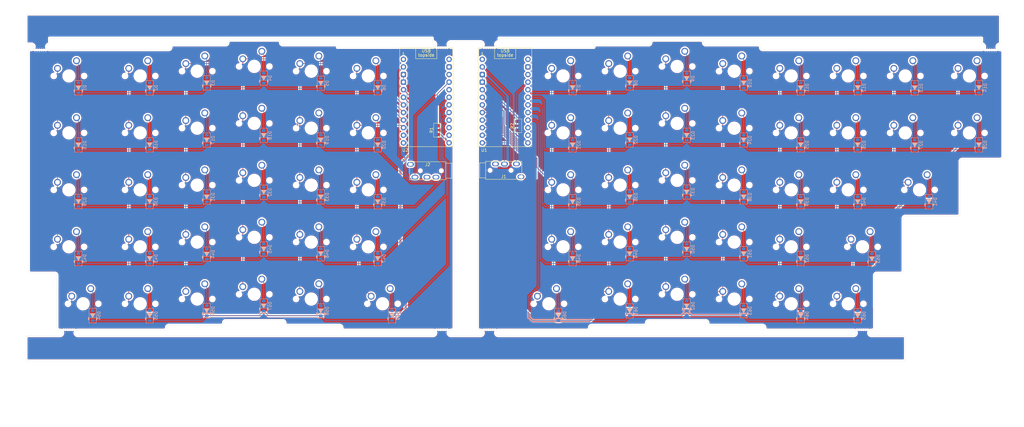
<source format=kicad_pcb>
(kicad_pcb (version 20240108) (generator "pcbnew") (generator_version "8.0")
  (layers (0 "F.Cu" signal) (31 "B.Cu" signal) (34 "B.Paste" user) (35 "F.Paste" user) (36 "B.SilkS" user "B.Silkscreen") (37 "F.SilkS" user "F.Silkscreen") (38 "B.Mask" user) (39 "F.Mask" user) (44 "Edge.Cuts" user))
  (net 0 "")
  (net 1 "ROW0")
  (net 2 "Net-(D1-A)")
  (net 3 "Net-(D2-A)")
  (net 4 "Net-(D3-A)")
  (net 5 "Net-(D4-A)")
  (net 6 "Net-(D5-A)")
  (net 7 "Net-(D6-A)")
  (net 8 "ROW5")
  (net 9 "Net-(D7-A)")
  (net 10 "Net-(D8-A)")
  (net 11 "Net-(D9-A)")
  (net 12 "Net-(D10-A)")
  (net 13 "Net-(D11-A)")
  (net 14 "Net-(D12-A)")
  (net 15 "Net-(D13-A)")
  (net 16 "Net-(D14-A)")
  (net 17 "ROW1")
  (net 18 "Net-(D15-A)")
  (net 19 "ROW6")
  (net 20 "Net-(D16-A)")
  (net 21 "Net-(D17-A)")
  (net 22 "Net-(D18-A)")
  (net 23 "Net-(D19-A)")
  (net 24 "Net-(D20-A)")
  (net 25 "Net-(D21-A)")
  (net 26 "ROW2")
  (net 27 "Net-(D22-A)")
  (net 28 "Net-(D23-A)")
  (net 29 "Net-(D24-A)")
  (net 30 "Net-(D25-A)")
  (net 31 "Net-(D26-A)")
  (net 32 "Net-(D27-A)")
  (net 33 "Net-(D28-A)")
  (net 34 "Net-(D29-A)")
  (net 35 "ROW7")
  (net 36 "Net-(D30-A)")
  (net 37 "Net-(D31-A)")
  (net 38 "Net-(D32-A)")
  (net 39 "Net-(D33-A)")
  (net 40 "Net-(D34-A)")
  (net 41 "ROW3")
  (net 42 "Net-(D35-A)")
  (net 43 "Net-(D36-A)")
  (net 44 "Net-(D37-A)")
  (net 45 "Net-(D38-A)")
  (net 46 "Net-(D39-A)")
  (net 47 "Net-(D40-A)")
  (net 48 "Net-(D41-A)")
  (net 49 "ROW8")
  (net 50 "Net-(D42-A)")
  (net 51 "Net-(D43-A)")
  (net 52 "Net-(D44-A)")
  (net 53 "Net-(D45-A)")
  (net 54 "Net-(D46-A)")
  (net 55 "Net-(D47-A)")
  (net 56 "Net-(D48-A)")
  (net 57 "Net-(D49-A)")
  (net 58 "Net-(D50-A)")
  (net 59 "Net-(D51-A)")
  (net 60 "Net-(D52-A)")
  (net 61 "Net-(D53-A)")
  (net 62 "ROW4")
  (net 63 "Net-(D54-A)")
  (net 64 "Net-(D55-A)")
  (net 65 "Net-(D56-A)")
  (net 66 "Net-(D57-A)")
  (net 67 "Net-(D58-A)")
  (net 68 "Net-(D59-A)")
  (net 69 "Net-(D60-A)")
  (net 70 "ROW9")
  (net 71 "Net-(D61-A)")
  (net 72 "Net-(D62-A)")
  (net 73 "Net-(D63-A)")
  (net 74 "Net-(D64-A)")
  (net 75 "Net-(D65-A)")
  (net 76 "COL0")
  (net 77 "COL1")
  (net 78 "COL2")
  (net 79 "COL3")
  (net 80 "COL4")
  (net 81 "COL5")
  (net 82 "COL6")
  (net 83 "COL7")
  (net 84 "COL8")
  (net 85 "COL9")
  (net 86 "COL10")
  (net 87 "COL11")
  (net 88 "COL12")
  (net 89 "COL13")
  (net 92 "Net-(U2-B6)")
  (net 99 "Net-(U1-B6)")
  (net 108 "dataU2")
  (net 109 "VCC")
  (net 110 "GND")
  (net 111 "dataU1")
  (footprint "PCM_marbastlib-mx:SW_MX_1u" (layer "F.Cu") (at 241.3 95.25)
    (property "Reference" "MX50" (hide yes))
    (property "Value" "MX_SW_solder")
  )
  (footprint "PCM_marbastlib-mx:SW_MX_1u" (layer "F.Cu") (at 298.45 41.275)
    (property "Reference" "MX12" (hide yes))
    (property "Value" "MX_SW_solder")
  )
  (footprint "PCM_marbastlib-mx:SW_MX_1u" (layer "F.Cu") (at 119.0625 39.6875)
    (property "Reference" "MX5" (hide yes))
    (property "Value" "MX_SW_solder")
  )
  (footprint "PCM_marbastlib-mx:SW_MX_1u" (layer "F.Cu") (at 138.1125 41.275)
    (property "Reference" "MX6" (hide yes))
    (property "Value" "MX_SW_solder")
  )
  (footprint "MJ-4PP-9:MJ-4PP-9" (layer "F.Cu") (at 183.35625 72.8)
    (property "Reference" "J1")
    (property "Value" "MJ-4PP-9")
  )
  (footprint "PCM_marbastlib-mx:SW_MX_1u" (layer "F.Cu") (at 260.35 58.7375)
    (property "Reference" "MX24" (hide yes))
    (property "Value" "MX_SW_solder")
  )
  (footprint "PCM_marbastlib-mx:SW_MX_1u" (layer "F.Cu") (at 241.3 76.2)
    (property "Reference" "MX37" (hide yes))
    (property "Value" "MX_SW_solder")
  )
  (footprint "PCM_Resistor_SMD_AKL:R_1206_3216Metric" (layer "F.Cu") (at 161.13125 59.40625 90)
    (property "Reference" "R1")
    (property "Value" "4.7k" (hide yes))
  )
  (footprint "PCM_marbastlib-mx:SW_MX_1u" (layer "F.Cu") (at 241.3 57.15)
    (property "Reference" "MX23" (hide yes))
    (property "Value" "MX_SW_solder")
  )
  (footprint "PCM_marbastlib-mx:SW_MX_1u" (layer "F.Cu") (at 222.25 77.7875)
    (property "Reference" "MX36" (hide yes))
    (property "Value" "MX_SW_solder")
  )
  (footprint "PCM_marbastlib-mx:SW_MX_1u" (layer "F.Cu") (at 61.9125 60.325)
    (property "Reference" "MX16" (hide yes))
    (property "Value" "MX_SW_solder")
  )
  (footprint "PCM_marbastlib-xp-promicroish:ProMicro_USBup" (layer "F.Cu") (at 183.8325 49.68875)
    (property "Reference" "U1")
    (property "Value" "ProMicro")
  )
  (footprint "PCM_marbastlib-mx:SW_MX_1u" (layer "F.Cu") (at 138.1125 98.425)
    (property "Reference" "MX47" (hide yes))
    (property "Value" "MX_SW_solder")
  )
  (footprint "PCM_marbastlib-mx:SW_MX_1u" (layer "F.Cu") (at 100.0125 76.2)
    (property "Reference" "MX32" (hide yes))
    (property "Value" "MX_SW_solder")
  )
  (footprint "PCM_marbastlib-mx:SW_MX_1u" (layer "F.Cu") (at 100.0125 95.25)
    (property "Reference" "MX45" (hide yes))
    (property "Value" "MX_SW_solder")
  )
  (footprint "PCM_marbastlib-mx:SW_MX_1u" (layer "F.Cu") (at 61.9125 41.275)
    (property "Reference" "MX2" (hide yes))
    (property "Value" "MX_SW_solder")
  )
  (footprint "PCM_marbastlib-mx:SW_MX_1u" (layer "F.Cu") (at 61.9125 98.425)
    (property "Reference" "MX43" (hide yes))
    (property "Value" "MX_SW_solder")
  )
  (footprint "PCM_marbastlib-mx:SW_MX_1.5u" (layer "F.Cu") (at 38.1 60.325)
    (property "Reference" "MX15" (hide yes))
    (property "Value" "MX_SW_solder")
  )
  (footprint "PCM_marbastlib-various:mousebites_2mm" (layer "F.Cu") (at 178.59375 31.75 -90)
    (property "Reference" "REF**" (hide yes))
    (property "Value" "mousebites 2mm" (hide yes))
    (fp_arc (start -2 3) (mid -1 2) (end 0 3) (stroke (width 0.05)) (layer "Edge.Cuts"))
    (fp_arc (start 0 -3) (mid -1 -2) (end -2 -3) (stroke (width 0.05)) (layer "Edge.Cuts"))
  )
  (footprint "PCM_marbastlib-mx:SW_MX_1.5u" (layer "F.Cu") (at 38.1 98.425)
    (property "Reference" "MX42" (hide yes))
    (property "Value" "MX_SW_solder")
  )
  (footprint "PCM_marbastlib-mx:SW_MX_1u" (layer "F.Cu") (at 119.0625 96.8375)
    (property "Reference" "MX46" (hide yes))
    (property "Value" "MX_SW_solder")
  )
  (footprint "PCM_Resistor_SMD_AKL:R_1206_3216Metric" (layer "F.Cu") (at 188.11875 57.94375 90)
    (property "Reference" "R2")
    (property "Value" "4.7k" (hide yes))
  )
  (footprint "PCM_marbastlib-mx:SW_MX_1u" (layer "F.Cu") (at 138.1125 79.375)
    (property "Reference" "MX34" (hide yes))
    (property "Value" "MX_SW_solder")
  )
  (footprint "PCM_marbastlib-mx:SW_MX_1.25u" (layer "F.Cu") (at 338.93125 60.325)
    (property "Reference" "MX28" (hide yes))
    (property "Value" "MX_SW_solder")
  )
  (footprint "PCM_marbastlib-various:mousebites_2mm" (layer "F.Cu") (at 162.71875 31.75 -90)
    (property "Reference" "REF**" (hide yes))
    (property "Value" "mousebites 2mm" (hide yes))
    (fp_arc (start -2 3) (mid -1 2) (end 0 3) (stroke (width 0.05)) (layer "Edge.Cuts"))
    (fp_arc (start 0 -3) (mid -1 -2) (end -2 -3) (stroke (width 0.05)) (layer "Edge.Cuts"))
  )
  (footprint "PCM_marbastlib-mx:SW_MX_1u" (layer "F.Cu") (at 61.9125 117.475)
    (property "Reference" "MX55" (hide yes))
    (property "Value" "MX_SW_solder")
  )
  (footprint "PCM_marbastlib-mx:SW_MX_1.5u" (layer "F.Cu") (at 322.2625 79.375)
    (property "Reference" "MX41" (hide yes))
    (property "Value" "MX_SW_solder")
  )
  (footprint "PCM_marbastlib-mx:SW_MX_1u" (layer "F.Cu") (at 80.9625 77.7875)
    (property "Reference" "MX31" (hide yes))
    (property "Value" "MX_SW_solder")
  )
  (footprint "PCM_marbastlib-mx:SW_MX_1.5u" (layer "F.Cu") (at 38.1 79.375)
    (property "Reference" "MX29" (hide yes))
    (property "Value" "MX_SW_solder")
  )
  (footprint "PCM_marbastlib-mx:SW_MX_1u" (layer "F.Cu") (at 222.25 96.8375)
    (property "Reference" "MX49" (hide yes))
    (property "Value" "MX_SW_solder")
  )
  (footprint "PCM_marbastlib-mx:SW_MX_1.5u" (layer "F.Cu") (at 303.2125 98.425)
    (property "Reference" "MX53" (hide yes))
    (property "Value" "MX_SW_solder")
  )
  (footprint "PCM_marbastlib-mx:SW_MX_1u" (layer "F.Cu") (at 260.35 96.8375)
    (property "Reference" "MX51" (hide yes))
    (property "Value" "MX_SW_solder")
  )
  (footprint "PCM_marbastlib-mx:SW_MX_1u" (layer "F.Cu") (at 279.4 41.275)
    (property "Reference" "MX11" (hide yes))
    (property "Value" "MX_SW_solder")
  )
  (footprint "PCM_marbastlib-various:mousebites_2mm" (layer "F.Cu") (at 162.71875 126.20625 90)
    (property "Reference" "REF**" (hide yes))
    (property "Value" "mousebites 2mm" (hide yes))
    (fp_arc (start 0 -3) (mid -1 -2) (end -2 -3) (stroke (width 0.05)) (layer "Edge.Cuts"))
    (fp_arc (start -2 3) (mid -1 2) (end 0 3) (stroke (width 0.05)) (layer "Edge.Cuts"))
  )
  (footprint "PCM_marbastlib-mx:SW_MX_1u" (layer "F.Cu") (at 222.25 115.8875)
    (property "Reference" "MX61" (hide yes))
    (property "Value" "MX_SW_solder")
  )
  (footprint "PCM_marbastlib-various:mousebites_2mm" (layer "F.Cu") (at 346.075 32.54375 -90)
    (property "Reference" "REF**" (hide yes))
    (property "Value" "mousebites 2mm" (hide yes))
    (fp_arc (start -2 3) (mid -1 2) (end 0 3) (stroke (width 0.05)) (layer "Edge.Cuts"))
    (fp_arc (start 0 -3) (mid -1 -2) (end -2 -3) (stroke (width 0.05)) (layer "Edge.Cuts"))
  )
  (footprint "PCM_marbastlib-mx:SW_MX_1u" (layer "F.Cu") (at 100.0125 57.15)
    (property "Reference" "MX18" (hide yes))
    (property "Value" "MX_SW_solder")
  )
  (footprint "PCM_marbastlib-mx:SW_MX_1u" (layer "F.Cu") (at 241.3 38.1)
    (property "Reference" "MX9" (hide yes))
    (property "Value" "MX_SW_solder")
  )
  (footprint "PCM_marbastlib-various:mousebites_2mm" (layer "F.Cu") (at 28.575 32.54375 -90)
    (property "Reference" "REF**" (hide yes))
    (property "Value" "mousebites 2mm" (hide yes))
    (fp_arc (start -2 3) (mid -1 2) (end 0 3) (stroke (width 0.05)) (layer "Edge.Cuts"))
    (fp_arc (start 0 -3) (mid -1 -2) (end -2 -3) (stroke (width 0.05)) (layer "Edge.Cuts"))
  )
  (footprint "PCM_marbastlib-mx:SW_MX_1.5u" (layer "F.Cu") (at 142.875 117.475)
    (property "Reference" "MX59" (hide yes))
    (property "Value" "MX_SW_solder")
  )
  (footprint "PCM_marbastlib-mx:SW_MX_1u" (layer "F.Cu") (at 203.2 98.425)
    (property "Reference" "MX48" (hide yes))
    (property "Value" "MX_SW_solder")
  )
  (footprint "PCM_marbastlib-various:mousebites_2mm" (layer "F.Cu") (at 303.2125 126.20625 90)
    (property "Reference" "REF**" (hide yes))
    (property "Value" "mousebites 2mm" (hide yes))
    (fp_arc (start 0 -3) (mid -1 -2) (end -2 -3) (stroke (width 0.05)) (layer "Edge.Cuts"))
    (fp_arc (start -2 3) (mid -1 2) (end 0 3) (stroke (width 0.05)) (layer "Edge.Cuts"))
  )
  (footprint "PCM_marbastlib-mx:SW_MX_1u" (layer "F.Cu") (at 317.5 41.275)
    (property "Reference" "MX13" (hide yes))
    (property "Value" "MX_SW_solder")
  )
  (footprint "PCM_marbastlib-mx:SW_MX_1u" (layer "F.Cu") (at 317.5 60.325)
    (property "Reference" "MX27" (hide yes))
    (property "Value" "MX_SW_solder")
  )
  (footprint "PCM_marbastlib-mx:SW_MX_1u" (layer "F.Cu") (at 298.45 60.325)
    (property "Reference" "MX26" (hide yes))
    (property "Value" "MX_SW_solder")
  )
  (footprint "PCM_marbastlib-mx:SW_MX_1u" (layer "F.Cu") (at 222.25 58.7375)
    (property "Reference" "MX22" (hide yes))
    (property "Value" "MX_SW_solder")
  )
  (footprint "PCM_marbastlib-mx:SW_MX_1u" (layer "F.Cu") (at 241.3 114.3)
    (property "Reference" "MX62" (hide yes))
    (property "Value" "MX_SW_solder")
  )
  (footprint "PCM_marbastlib-mx:SW_MX_1u" (layer "F.Cu") (at 260.35 39.6875)
    (property "Reference" "MX10" (hide yes))
    (property "Value" "MX_SW_solder")
  )
  (footprint "PCM_marbastlib-mx:SW_MX_1u" (layer "F.Cu") (at 119.0625 115.8875)
    (property "Reference" "MX58" (hide yes))
    (property "Value" "MX_SW_solder")
  )
  (footprint "MJ-4PP-9:MJ-4PP-9" (layer "F.Cu") (at 157.95625 73.025 180)
    (property "Reference" "J2")
    (property "Value" "MJ-4PP-9")
  )
  (footprint "PCM_marbastlib-mx:SW_MX_1u" (layer "F.Cu") (at 100.0125 114.3)
    (property "Reference" "MX57" (hide yes))
    (property "Value" "MX_SW_solder")
  )
  (footprint "PCM_marbastlib-mx:SW_MX_1u" (layer "F.Cu") (at 279.4 79.375)
    (property "Reference" "MX39" (hide yes))
    (property "Value" "MX_SW_solder")
  )
  (footprint "PCM_marbastlib-mx:SW_MX_1u" (layer "F.Cu") (at 222.25 39.6875)
    (property "Reference" "MX8" (hide yes))
    (property "Value" "MX_SW_solder")
  )
  (footprint "PCM_marbastlib-mx:SW_MX_1u" (layer "F.Cu") (at 80.9625 58.7375)
    (property "Reference" "MX17" (hide yes))
    (property "Value" "MX_SW_solder")
  )
  (footprint "PCM_marbastlib-various:mousebites_2mm" (layer "F.Cu") (at 178.59375 126.20625 90)
    (property "Reference" "REF**" (hide yes))
    (property "Value" "mousebites 2mm" (hide yes))
    (fp_arc (start 0 -3) (mid -1 -2) (end -2 -3) (stroke (width 0.05)) (layer "Edge.Cuts"))
    (fp_arc (start -2 3) (mid -1 2) (end 0 3) (stroke (width 0.05)) (layer "Edge.Cuts"))
  )
  (footprint "PCM_marbastlib-mx:SW_MX_1u" (layer "F.Cu") (at 119.0625 77.7875)
    (property "Reference" "MX33" (hide yes))
    (property "Value" "MX_SW_solder")
  )
  (footprint "PCM_marbastlib-mx:SW_MX_1.5u" (layer "F.Cu") (at 198.4375 117.475)
    (property "Reference" "MX60" (hide yes))
    (property "Value" "MX_SW_solder")
  )
  (footprint "PCM_marbastlib-mx:SW_MX_1u" (layer "F.Cu") (at 298.45 117.475)
    (property "Reference" "MX65" (hide yes))
    (property "Value" "MX_SW_solder")
  )
  (footprint "PCM_marbastlib-mx:SW_MX_1u" (layer "F.Cu") (at 260.35 77.7875)
    (property "Reference" "MX38" (hide yes))
    (property "Value" "MX_SW_solder")
  )
  (footprint "PCM_marbastlib-mx:SW_MX_1u" (layer "F.Cu") (at 260.35 115.8875)
    (property "Reference" "MX63" (hide yes))
    (property "Value" "MX_SW_solder")
  )
  (footprint "PCM_marbastlib-mx:SW_MX_1u" (layer "F.Cu") (at 119.0625 58.7375)
    (property "Reference" "MX19" (hide yes))
    (property "Value" "MX_SW_solder")
  )
  (footprint "PCM_marbastlib-mx:SW_MX_1u" (layer "F.Cu") (at 100.0125 38.1)
    (property "Reference" "MX4" (hide yes))
    (property "Value" "MX_SW_solder")
  )
  (footprint "PCM_marbastlib-mx:SW_MX_1u" (layer "F.Cu") (at 203.2 60.325)
    (property "Reference" "MX21" (hide yes))
    (property "Value" "MX_SW_solder")
  )
  (footprint "PCM_marbastlib-mx:SW_MX_1u" (layer "F.Cu") (at 61.9125 79.375)
    (property "Reference" "MX30" (hide yes))
    (property "Value" "MX_SW_solder")
  )
  (footprint "PCM_marbastlib-mx:SW_MX_1u" (layer "F.Cu") (at 80.9625 39.6875)
    (property "Reference" "MX3" (hide yes))
    (property "Value" "MX_SW_solder")
  )
  (footprint "PCM_marbastlib-mx:SW_MX_1.5u" (layer "F.Cu") (at 38.1 41.275)
    (property "Reference" "MX1" (hide yes))
    (property "Value" "MX_SW_solder")
  )
  (footprint "PCM_marbastlib-xp-promicroish:ProMicro_USBup" (layer "F.Cu") (at 157.48 49.68875)
    (property "Reference" "U2")
    (property "Value" "ProMicro" (hide yes))
  )
  (footprint "PCM_marbastlib-mx:SW_MX_1u" (layer "F.Cu") (at 203.2 41.275)
    (property "Reference" "MX7" (hide yes))
    (property "Value" "MX_SW_solder")
  )
  (footprint "PCM_marbastlib-mx:SW_MX_1u" (layer "F.Cu") (at 138.1125 60.325)
    (property "Reference" "MX20" (hide yes))
    (property "Value" "MX_SW_solder")
  )
  (footprint "PCM_marbastlib-mx:SW_MX_1u" (layer "F.Cu") (at 80.9625 96.8375)
    (property "Reference" "MX44" (hide yes))
    (property "Value" "MX_SW_solder")
  )
  (footprint "PCM_marbastlib-various:mousebites_2mm" (layer "F.Cu") (at 38.1 126.20625 90)
    (property "Reference" "REF**" (hide yes))
    (property "Value" "mousebites 2mm" (hide yes))
    (fp_arc (start 0 -3) (mid -1 -2) (end -2 -3) (stroke (width 0.05)) (layer "Edge.Cuts"))
    (fp_arc (start -2 3) (mid -1 2) (end 0 3) (stroke (width 0.05)) (layer "Edge.Cuts"))
  )
  (footprint "PCM_marbastlib-mx:SW_MX_1u" (layer "F.Cu") (at 298.45 79.375)
    (property "Reference" "MX40" (hide yes))
    (property "Value" "MX_SW_solder")
  )
  (footprint "PCM_marbastlib-mx:SW_MX_1u" (layer "F.Cu") (at 279.4 117.475)
    (property "Reference" "MX64" (hide yes))
    (property "Value" "MX_SW_solder")
  )
  (footprint "PCM_marbastlib-mx:SW_MX_1u" (layer "F.Cu") (at 279.4 98.425)
    (property "Reference" "MX52" (hide yes))
    (property "Value" "MX_SW_solder")
  )
  (footprint "PCM_marbastlib-mx:SW_MX_1u" (layer "F.Cu") (at 42.8625 117.475)
    (property "Reference" "MX54" (hide yes))
    (property "Value" "MX_SW_solder")
  )
  (footprint "PCM_marbastlib-mx:SW_MX_1u" (layer "F.Cu") (at 80.9625 115.8875)
    (property "Reference" "MX56" (hide yes))
    (property "Value" "MX_SW_solder")
  )
  (footprint "PCM_marbastlib-mx:SW_MX_1u" (layer "F.Cu") (at 279.4 60.325)
    (property "Reference" "MX25" (hide yes))
    (property "Value" "MX_SW_solder")
  )
  (footprint "PCM_marbastlib-mx:SW_MX_1u" (layer "F.Cu") (at 203.2 79.375)
    (property "Reference" "MX35" (hide yes))
    (property "Value" "MX_SW_solder")
  )
  (footprint "PCM_marbastlib-mx:SW_MX_1.25u" (layer "F.Cu") (at 338.93125 41.275)
    (property "Reference" "MX14" (hide yes))
    (property "Value" "MX_SW_solder")
  )
  (footprint "PCM_Diode_SMD_Handsoldering_AKL:D_SOD-123" (layer "B.Cu") (at 320.675 64.35625 90)
    (property "Reference" "D27")
    (property "Value" "D" (hide yes))
  )
  (footprint "PCM_Diode_SMD_Handsoldering_AKL:D_SOD-123" (layer "B.Cu") (at 41.275 102.33125 90)
    (property "Reference" "D42")
    (property "Value" "D" (hide yes))
  )
  (footprint "PCM_Diode_SMD_Handsoldering_AKL:D_SOD-123" (layer "B.Cu") (at 306.3875 102.45625 90)
    (property "Reference" "D53")
    (property "Value" "D" (hide yes))
  )
  (footprint "PCM_Diode_SMD_Handsoldering_AKL:D_SOD-123" (layer "B.Cu") (at 225.425 43.59375 90)
    (property "Reference" "D8")
    (property "Value" "D" (hide yes))
  )
  (footprint "PCM_Diode_SMD_Handsoldering_AKL:D_SOD-123" (layer "B.Cu") (at 65.0875 121.44375 90)
    (property "Reference" "D55")
    (property "Value" "D" (hide yes))
  )
  (footprint "PCM_Diode_SMD_Handsoldering_AKL:D_SOD-123" (layer "B.Cu") (at 84.1375 43.59375 90)
    (property "Reference" "D3")
    (property "Value" "D" (hide yes))
  )
  (footprint "PCM_Diode_SMD_Handsoldering_AKL:D_SOD-123" (layer "B.Cu") (at 103.1875 61.18125 90)
    (property "Reference" "D18")
    (property "Value" "D" (hide yes))
  )
  (footprint "PCM_Diode_SMD_Handsoldering_AKL:D_SOD-123" (layer "B.Cu") (at 103.1875 42.00625 90)
    (property "Reference" "D4")
    (property "Value" "D" (hide yes))
  )
  (footprint "PCM_Diode_SMD_Handsoldering_AKL:D_SOD-123" (layer "B.Cu") (at 84.1375 119.79375 90)
    (property "Reference" "D56")
    (property "Value" "D" (hide yes))
  )
  (footprint "PCM_Diode_SMD_Handsoldering_AKL:D_SOD-123" (layer "B.Cu") (at 244.475 80.10625 90)
    (property "Reference" "D37")
    (property "Value" "D" (hide yes))
  )
  (footprint "PCM_Diode_SMD_Handsoldering_AKL:D_SOD-123" (layer "B.Cu") (at 103.1875 99.15625 90)
    (property "Reference" "D45")
    (property "Value" "D" (hide yes))
  )
  (footprint "PCM_Diode_SMD_Handsoldering_AKL:D_SOD-123" (layer "B.Cu") (at 263.525 81.75625 90)
    (property "Reference" "D38")
    (property "Value" "D" (hide yes))
  )
  (footprint "PCM_Diode_SMD_Handsoldering_AKL:D_SOD-123" (layer "B.Cu") (at 225.425 100.74375 90)
    (property "Reference" "D49")
    (property "Value" "D" (hide yes))
  )
  (footprint "PCM_Diode_SMD_Handsoldering_AKL:D_SOD-123" (layer "B.Cu") (at 41.275 64.35625 90)
    (property "Reference" "D15")
    (property "Value" "D" (hide yes))
  )
  (footprint "PCM_Diode_SMD_Handsoldering_AKL:D_SOD-123" (layer "B.Cu") (at 206.375 102.33125 90)
    (property "Reference" "D48")
    (property "Value" "D" (hide yes))
  )
  (footprint "PCM_Diode_SMD_Handsoldering_AKL:D_SOD-123" (layer "B.Cu") (at 141.2875 102.33125 90)
    (property "Reference" "D47")
    (property "Value" "D" (hide yes))
  )
  (footprint "PCM_Diode_SMD_Handsoldering_AKL:D_SOD-123" (layer "B.Cu") (at 141.2875 45.18125 90)
    (property "Reference" "D6")
    (property "Value" "D" (hide yes))
  )
  (footprint "PCM_Diode_SMD_Handsoldering_AKL:D_SOD-123" (layer "B.Cu") (at 84.1375 100.86875 90)
    (property "Reference" "D44")
    (property "Value" "D" (hide yes))
  )
  (footprint "PCM_Diode_SMD_Handsoldering_AKL:D_SOD-123" (layer "B.Cu") (at 84.1375 81.75625 90)
    (property "Reference" "D31")
    (property "Value" "D" (hide yes))
  )
  (footprint "PCM_Diode_SMD_Handsoldering_AKL:D_SOD-123" (layer "B.Cu") (at 122.2375 119.85625 90)
    (property "Reference" "D58")
    (property "Value" "D" (hide yes))
  )
  (footprint "PCM_Diode_SMD_Handsoldering_AKL:D_SOD-123" (layer "B.Cu") (at 41.275 45.24375 90)
    (property "Reference" "D1")
    (property "Value" "D" (hide yes))
  )
  (footprint "PCM_Diode_SMD_Handsoldering_AKL:D_SOD-123" (layer "B.Cu") (at 301.625 64.29375 90)
    (property "Reference" "D26")
    (property "Value" "D" (hide yes))
  )
  (footprint "PCM_Diode_SMD_Handsoldering_AKL:D_SOD-123" (layer "B.Cu") (at 65.0875 45.24375 90)
    (property "Reference" "D2")
    (property "Value" "D" (hide yes))
  )
  (footprint "PCM_Diode_SMD_Handsoldering_AKL:D_SOD-123" (layer "B.Cu") (at 206.375 64.35625 90)
    (property "Reference" "D21")
    (property "Value" "D" (hide yes))
  )
  (footprint "PCM_Diode_SMD_Handsoldering_AKL:D_SOD-123" (layer "B.Cu") (at 103.1875 80.16875 90)
    (property "Reference" "D32")
    (property "Value" "D" (hide yes))
  )
  (footprint "PCM_Diode_SMD_Handsoldering_AKL:D_SOD-123" (layer "B.Cu") (at 225.425 62.64375 90)
    (property "Reference" "D22")
    (property "Value" "D" (hide yes))
  )
  (footprint "PCM_Diode_SMD_Handsoldering_AKL:D_SOD-123" (layer "B.Cu") (at 103.1875 118.20625 90)
    (property "Reference" "D57")
    (property "Value" "D" (hide yes))
  )
  (footprint "PCM_Diode_SMD_Handsoldering_AKL:D_SOD-123" (layer "B.Cu") (at 244.475 118.20625 90)
    (property "Reference" "D62")
    (property "Value" "D" (hide yes))
  )
  (footprint "PCM_Diode_SMD_Handsoldering_AKL:D_SOD-123" (layer "B.Cu") (at 84.1375 62.70625 90)
    (property "Reference" "D17")
    (property "Value" "D" (hide yes))
  )
  (footprint "PCM_Diode_SMD_Handsoldering_AKL:D_SOD-123" (layer "B.Cu") (at 263.525 62.70625 90)
    (property "Reference" "D24")
    (property "Value" "D" (hide yes))
  )
  (footprint "PCM_Diode_SMD_Handsoldering_AKL:D_SOD-123" (layer "B.Cu") (at 282.575 121.44375 90)
    (property "Reference" "D64")
    (property "Value" "D" (hide yes))
  )
  (footprint "PCM_Diode_SMD_Handsoldering_AKL:D_SOD-123" (layer "B.Cu") (at 206.375 83.34375 90)
    (property "Reference" "D35")
    (property "Value" "D" (hide yes))
  )
  (footprint "PCM_Diode_SMD_Handsoldering_AKL:D_SOD-123" (layer "B.Cu") (at 263.525 119.79375 90)
    (property "Reference" "D63")
    (property "Value" "D" (hide yes))
  )
  (footprint "PCM_Diode_SMD_Handsoldering_AKL:D_SOD-123" (layer "B.Cu") (at 206.375 45.18125 90)
    (property "Reference" "D7")
    (property "Value" "D" (hide yes))
  )
  (footprint "PCM_Diode_SMD_Handsoldering_AKL:D_SOD-123" (layer "B.Cu") (at 225.425 119.85625 90)
    (property "Reference" "D61")
    (property "Value" "D" (hide yes))
  )
  (footprint "PCM_Diode_SMD_Handsoldering_AKL:D_SOD-123" (layer "B.Cu") (at 201.6125 121.44375 90)
    (property "Reference" "D60")
    (property "Value" "D" (hide yes))
  )
  (footprint "PCM_Diode_SMD_Handsoldering_AKL:D_SOD-123" (layer "B.Cu") (at 141.2875 64.29375 90)
    (property "Reference" "D20")
    (property "Value" "D" (hide yes))
  )
  (footprint "PCM_Diode_SMD_Handsoldering_AKL:D_SOD-123" (layer "B.Cu") (at 263.525 100.74375 90)
    (property "Reference" "D51")
    (property "Value" "D" (hide yes))
  )
  (footprint "PCM_Diode_SMD_Handsoldering_AKL:D_SOD-123" (layer "B.Cu") (at 65.0875 102.33125 90)
    (property "Reference" "D43")
    (property "Value" "D" (hide yes))
  )
  (footprint "PCM_Diode_SMD_Handsoldering_AKL:D_SOD-123" (layer "B.Cu") (at 301.625 121.44375 90)
    (property "Reference" "D65")
    (property "Value" "D" (hide yes))
  )
  (footprint "PCM_Diode_SMD_Handsoldering_AKL:D_SOD-123" (layer "B.Cu") (at 146.05 121.44375 90)
    (property "Reference" "D59")
    (property "Value" "D" (hide yes))
  )
  (footprint "PCM_Diode_SMD_Handsoldering_AKL:D_SOD-123" (layer "B.Cu") (at 263.525 43.65625 90)
    (property "Reference" "D10")
    (property "Value" "D" (hide yes))
  )
  (footprint "PCM_Diode_SMD_Handsoldering_AKL:D_SOD-123" (layer "B.Cu") (at 122.2375 43.71875 90)
    (property "Reference" "D5")
    (property "Value" "D" (hide yes))
  )
  (footprint "PCM_Diode_SMD_Handsoldering_AKL:D_SOD-123" (layer "B.Cu") (at 244.475 61.11875 90)
    (property "Reference" "D23")
    (property "Value" "D" (hide yes))
  )
  (footprint "PCM_Diode_SMD_Handsoldering_AKL:D_SOD-123" (layer "B.Cu") (at 282.575 64.29375 90)
    (property "Reference" "D25")
    (property "Value" "D" (hide yes))
  )
  (footprint "PCM_Diode_SMD_Handsoldering_AKL:D_SOD-123" (layer "B.Cu") (at 301.625 45.18125 90)
    (property "Reference" "D12")
    (property "Value" "D" (hide yes))
  )
  (footprint "PCM_Diode_SMD_Handsoldering_AKL:D_SOD-123" (layer "B.Cu") (at 320.675 45.24375 90)
    (property "Reference" "D13")
    (property "Value" "D" (hide yes))
  )
  (footprint "PCM_Diode_SMD_Handsoldering_AKL:D_SOD-123" (layer "B.Cu") (at 65.0875 64.29375 90)
    (property "Reference" "D16")
    (property "Value" "D" (hide yes))
  )
  (footprint "PCM_Diode_SMD_Handsoldering_AKL:D_SOD-123" (layer "B.Cu") (at 122.2375 62.70625 90)
    (property "Reference" "D19")
    (property "Value" "D" (hide yes))
  )
  (footprint "PCM_Diode_SMD_Handsoldering_AKL:D_SOD-123" (layer "B.Cu") (at 325.4375 83.34375 90)
    (property "Reference" "D41")
    (property "Value" "D" (hide yes))
  )
  (footprint "PCM_Diode_SMD_Handsoldering_AKL:D_SOD-123" (layer "B.Cu") (at 141.2875 83.34375 90)
    (property "Reference" "D34")
    (property "Value" "D" (hide yes))
  )
  (footprint "PCM_Diode_SMD_Handsoldering_AKL:D_SOD-123" (layer "B.Cu") (at 122.2375 100.74375 90)
    (property "Reference" "D46")
    (property "Value" "D" (hide yes))
  )
  (footprint "PCM_Diode_SMD_Handsoldering_AKL:D_SOD-123" (layer "B.Cu") (at 282.575 102.33125 90)
    (property "Reference" "D52")
    (property "Value" "D" (hide yes))
  )
  (footprint "PCM_Diode_SMD_Handsoldering_AKL:D_SOD-123" (layer "B.Cu") (at 225.425 81.75625 90)
    (property "Reference" "D36")
    (property "Value" "D" (hide yes))
  )
  (footprint "PCM_Diode_SMD_Handsoldering_AKL:D_SOD-123" (layer "B.Cu") (at 342.10625 64.29375 90)
    (property "Reference" "D28")
    (property "Value" "D" (hide yes))
  )
  (footprint "PCM_Diode_SMD_Handsoldering_AKL:D_SOD-123" (layer "B.Cu") (at 65.0875 83.28125 90)
    (property "Reference" "D30")
    (property "Value" "D" (hide yes))
  )
  (footprint "PCM_Diode_SMD_Handsoldering_AKL:D_SOD-123" (layer "B.Cu") (at 244.475 42.13125 90)
    (property "Reference" "D9")
    (property "Value" "D" (hide yes))
  )
  (footprint "PCM_Diode_SMD_Handsoldering_AKL:D_SOD-123" (layer "B.Cu") (at 282.575 45.24375 90)
    (property "Reference" "D11")
    (property "Value" "D" (hide yes))
  )
  (footprint "PCM_Diode_SMD_Handsoldering_AKL:D_SOD-123" (layer "B.Cu") (at 41.275 83.28125 90)
    (property "Reference" "D29")
    (property "Value" "D" (hide yes))
  )
  (footprint "PCM_Diode_SMD_Handsoldering_AKL:D_SOD-123" (layer "B.Cu") (at 122.2375 81.75625 90)
    (property "Reference" "D33")
    (property "Value" "D" (hide yes))
  )
  (footprint "PCM_Diode_SMD_Handsoldering_AKL:D_SOD-123" (layer "B.Cu") (at 244.475 99.21875 90)
    (property "Reference" "D50")
    (property "Value" "D" (hide yes))
  )
  (footprint "PCM_Diode_SMD_Handsoldering_AKL:D_SOD-123" (layer "B.Cu") (at 301.625 83.34375 90)
    (property "Reference" "D40")
    (property "Value" "D" (hide yes))
  )
  (footprint "PCM_Diode_SMD_Handsoldering_AKL:D_SOD-123" (layer "B.Cu") (at 46.0375 121.44375 90)
    (property "Reference" "D54")
    (property "Value" "D" (hide yes))
  )
  (footprint "PCM_Diode_SMD_Handsoldering_AKL:D_SOD-123" (layer "B.Cu") (at 342.10625 45.18125 90)
    (property "Reference" "D14")
    (property "Value" "D" (hide yes))
  )
  (footprint "PCM_Diode_SMD_Handsoldering_AKL:D_SOD-123" (layer "B.Cu") (at 282.575 83.34375 90)
    (property "Reference" "D39")
    (property "Value" "D" (hide yes))
  )
  (gr_arc (start 230.98125 123.825) (mid 231.213734 123.263734) (end 231.775 123.03125) (stroke (width 0.05)) (layer "Edge.Cuts"))
  (gr_line (start 212.725 124.61875) (end 230.1875 124.61875) (stroke (width 0.05)) (layer "Edge.Cuts"))
  (gr_line (start 335.75625 87.3125) (end 335.75625 69.85) (stroke (width 0.05)) (layer "Edge.Cuts"))
  (gr_line (start 350.04375 68.2625) (end 350.04375 33.3375) (stroke (width 0.05)) (layer "Edge.Cuts"))
  (gr_arc (start 249.2375 29.36875) (mid 249.798766 29.601234) (end 250.03125 30.1625) (stroke (width 0.05)) (layer "Edge.Cuts"))
  (gr_arc (start 230.98125 123.825) (mid 230.748766 124.386266) (end 230.1875 124.61875) (stroke (width 0.05)) (layer "Edge.Cuts"))
  (gr_arc (start 250.825 30.95625) (mid 250.263734 30.723766) (end 250.03125 30.1625) (stroke (width 0.05)) (layer "Edge.Cuts"))
  (gr_line (start 268.2875 30.95625) (end 250.825 30.95625) (stroke (width 0.05)) (layer "Edge.Cuts"))
  (gr_line (start 316.70625 106.3625) (end 316.70625 88.9) (stroke (width 0.05)) (layer "Edge.Cuts"))
  (gr_line (start 252.4125 124.61875) (end 269.875 124.61875) (stroke (width 0.05)) (layer "Edge.Cuts"))
  (gr_arc (start 307.18125 107.95) (mid 307.413734 107.388734) (end 307.975 107.15625) (stroke (width 0.05)) (layer "Edge.Cuts"))
  (gr_line (start 90.4875 30.95625) (end 73.025 30.95625) (stroke (width 0.05)) (layer "Edge.Cuts"))
  (gr_arc (start 70.64375 125.4125) (mid 70.411266 125.973766) (end 69.85 126.206253) (stroke (width 0.05)) (layer "Edge.Cuts"))
  (gr_arc (start 109.5375 123.03125) (mid 110.098766 123.263734) (end 110.33125 123.825) (stroke (width 0.05)) (layer "Edge.Cuts"))
  (gr_arc (start 335.75625 69.85) (mid 335.988734 69.288734) (end 336.55 69.05625) (stroke (width 0.05)) (layer "Edge.Cuts"))
  (gr_arc (start 269.875 32.54375) (mid 269.313734 32.311266) (end 269.08125 31.75) (stroke (width 0.05)) (layer "Edge.Cuts"))
  (gr_arc (start 350.04375 68.2625) (mid 349.811266 68.823766) (end 349.25 69.05625) (stroke (width 0.05)) (layer "Edge.Cuts"))
  (gr_line (start 127 30.95625) (end 109.5375 30.95625) (stroke (width 0.05)) (layer "Edge.Cuts"))
  (gr_line (start 24.60625 33.3375) (end 24.60625 32.54375) (stroke (width 0.05)) (layer "Edge.Cuts"))
  (gr_arc (start 33.3375 107.15625) (mid 33.898766 107.388734) (end 34.13125 107.95) (stroke (width 0.05)) (layer "Edge.Cuts"))
  (gr_line (start 107.95 29.36875) (end 92.075 29.36875) (stroke (width 0.05)) (layer "Edge.Cuts"))
  (gr_line (start 317.5 128.20625) (end 306.2125 128.20625) (stroke (width 0.05)) (layer "Edge.Cuts"))
  (gr_line (start 307.975 107.15625) (end 315.9125 107.15625) (stroke (width 0.05)) (layer "Edge.Cuts"))
  (gr_line (start 111.125 124.61875) (end 128.5875 124.61875) (stroke (width 0.05)) (layer "Edge.Cuts"))
  (gr_line (start 100.0125 28.575) (end 159.54375 28.575) (stroke (width 0.05)) (layer "Edge.Cuts"))
  (gr_arc (start 211.93125 125.4125) (mid 212.163734 124.851234) (end 212.725 124.61875) (stroke (width 0.05)) (layer "Edge.Cuts"))
  (gr_line (start 24.60625 33.3375) (end 24.60625 106.3625) (stroke (width 0.05)) (layer "Edge.Cuts"))
  (gr_line (start 25.575 30.54375) (end 24.96 30.54375) (stroke (width 0.05)) (layer "Edge.Cuts"))
  (gr_line (start 165.718747 126.206253) (end 165.885063 126.206253) (stroke (width 0.05)) (layer "Edge.Cuts"))
  (gr_arc (start 166.6875 125.4125) (mid 166.455016 125.973766) (end 165.885063 126.206253) (stroke (width 0.05)) (layer "Edge.Cuts"))
  (gr_arc (start 252.4125 124.61875) (mid 251.851234 124.386266) (end 251.61875 123.825) (stroke (width 0.05)) (layer "Edge.Cuts"))
  (gr_line (start 300.0375 126.20625) (end 300.2125 126.20625) (stroke (width 0.05)) (layer "Edge.Cuts"))
  (gr_arc (start 307.18125 125.4125) (mid 306.948766 125.973766) (end 306.3875 126.206253) (stroke (width 0.05)) (layer "Edge.Cuts"))
  (gr_line (start 165.71875 29.75) (end 175.59375 29.75) (stroke (width 0.05)) (layer "Edge.Cuts"))
  (gr_arc (start 109.5375 30.95625) (mid 108.976234 30.723766) (end 108.74375 30.1625) (stroke (width 0.05)) (layer "Edge.Cuts"))
  (gr_arc (start 89.69375 123.825) (mid 89.926234 123.263734) (end 90.4875 123.03125) (stroke (width 0.05)) (layer "Edge.Cuts"))
  (gr_line (start 159.71875 29.75) (end 159.54375 29.75) (stroke (width 0.05)) (layer "Edge.Cuts"))
  (gr_arc (start 316.70625 106.3625) (mid 316.473766 106.923766) (end 315.9125 107.15625) (stroke (width 0.05)) (layer "Edge.Cuts"))
  (gr_arc (start 175.41875 126.20625) (mid 174.857484 125.973766) (end 174.625 125.4125) (stroke (width 0.05)) (layer "Edge.Cuts"))
  (gr_line (start 71.4375 124.61875) (end 88.9 124.61875) (stroke (width 0.05)) (layer "Edge.Cuts"))
  (gr_arc (start 250.825 123.03125) (mid 251.386266 123.263734) (end 251.61875 123.825) (stroke (width 0.05)) (layer "Edge.Cuts"))
  (gr_line (start 127.793751 31.75) (end 159.71875 31.75) (stroke (width 0.05)) (layer "Edge.Cuts"))
  (gr_line (start 306.212497 126.206253) (end 306.3875 126.206253) (stroke (width 0.05)) (layer "Edge.Cuts"))
  (gr_arc (start 91.28125 30.1625) (mid 91.048766 30.723766) (end 90.4875 30.95625) (stroke (width 0.05)) (layer "Edge.Cuts"))
  (gr_line (start 181.76875 28.575) (end 181.76875 29.75) (stroke (width 0.05)) (layer "Edge.Cuts"))
  (gr_arc (start 130.175 126.20625) (mid 129.613734 125.973766) (end 129.38125 125.4125) (stroke (width 0.05)) (layer "Edge.Cuts"))
  (gr_line (start 31.75 28.575) (end 31.575 28.575) (stroke (width 0.05)) (layer "Edge.Cuts"))
  (gr_arc (start 232.56875 30.1625) (mid 232.801234 29.601234) (end 233.3625 29.36875) (stroke (width 0.05)) (layer "Edge.Cuts"))
  (gr_line (start 159.71875 126.20625) (end 130.175 126.20625) (stroke (width 0.05)) (layer "Edge.Cuts"))
  (gr_line (start 165.71875 128.20625) (end 175.59375 128.20625) (stroke (width 0.05)) (layer "Edge.Cuts"))
  (gr_line (start 238.125 28.575) (end 343.075 28.575) (stroke (width 0.05)) (layer "Edge.Cuts"))
  (gr_line (start 24.96 30.54375) (end 23.8125 30.54375) (stroke (width 0.05)) (layer "Edge.Cuts"))
  (gr_line (start 269.875 32.54375) (end 343.075 32.54375) (stroke (width 0.05)) (layer "Edge.Cuts"))
  (gr_line (start 231.775 123.03125) (end 250.825 123.03125) (stroke (width 0.05)) (layer "Edge.Cuts"))
  (gr_arc (start 25.4 107.15625) (mid 24.838734 106.923766) (end 24.60625 106.3625) (stroke (width 0.05)) (layer "Edge.Cuts"))
  (gr_arc (start 316.70625 88.9) (mid 316.938734 88.338734) (end 317.5 88.10625) (stroke (width 0.05)) (layer "Edge.Cuts"))
  (gr_arc (start 111.125 124.61875) (mid 110.563734 124.386266) (end 110.33125 123.825) (stroke (width 0.05)) (layer "Edge.Cuts"))
  (gr_arc (start 128.5875 124.61875) (mid 129.148766 124.851234) (end 129.38125 125.4125) (stroke (width 0.05)) (layer "Edge.Cuts"))
  (gr_line (start 317.5 136.525) (end 317.5 128.20625) (stroke (width 0.05)) (layer "Edge.Cuts"))
  (gr_line (start 238.125 28.575) (end 181.76875 28.575) (stroke (width 0.05)) (layer "Edge.Cuts"))
  (gr_line (start 249.2375 29.36875) (end 233.3625 29.36875) (stroke (width 0.05)) (layer "Edge.Cuts"))
  (gr_line (start 34.925 126.20625) (end 35.1 126.20625) (stroke (width 0.05)) (layer "Edge.Cuts"))
  (gr_arc (start 335.75625 87.3125) (mid 335.523766 87.873766) (end 334.9625 88.10625) (stroke (width 0.05)) (layer "Edge.Cuts"))
  (gr_arc (start 127 30.95625) (mid 127.561266 31.188734) (end 127.793751 31.75) (stroke (width 0.05)) (layer "Edge.Cuts"))
  (gr_line (start 165.71875 31.75) (end 165.8937 31.75) (stroke (width 0.05)) (layer "Edge.Cuts"))
  (gr_line (start 24.60625 32.54375) (end 25.575 32.54375) (stroke (width 0.05)) (layer "Edge.Cuts"))
  (gr_arc (start 107.95 29.36875) (mid 108.511266 29.601234) (end 108.74375 30.1625) (stroke (width 0.05)) (layer "Edge.Cuts"))
  (gr_line (start 349.075 32.54375) (end 349.25 32.54375) (stroke (width 0.05)) (layer "Edge.Cuts"))
  (gr_line (start 349.25 30.54375) (end 349.25 20.6375) (stroke (width 0.05)) (layer "Edge.Cuts"))
  (gr_line (start 23.8125 136.525) (end 317.5 136.525) (stroke (width 0.05)) (layer "Edge.Cuts"))
  (gr_arc (start 165.8937 31.75) (mid 166.455016 31.982484) (end 166.6875 32.5438) (stroke (width 0.05)) (layer "Edge.Cuts"))
  (gr_line (start 159.54375 28.575) (end 159.54375 29.75) (stroke (width 0.05)) (layer "Edge.Cuts"))
  (gr_line (start 349.075 30.54375) (end 349.25 30.54375) (stroke (width 0.05)) (layer "Edge.Cuts"))
  (gr_arc (start 174.625 32.54375) (mid 174.857484 31.982484) (end 175.41875 31.75) (stroke (width 0.05)) (layer "Edge.Cuts"))
  (gr_line (start 31.575 32.54375) (end 71.4375 32.54375) (stroke (width 0.05)) (layer "Edge.Cuts"))
  (gr_arc (start 349.25 32.54375) (mid 349.811266 32.776234) (end 350.04375 33.3375) (stroke (width 0.05)) (layer "Edge.Cuts"))
  (gr_arc (start 268.2875 30.95625) (mid 268.848766 31.188734) (end 269.08125 31.75) (stroke (width 0.05)) (layer "Edge.Cuts"))
  (gr_line (start 34.13125 107.95) (end 34.13125 125.4125) (stroke (width 0.05)) (layer "Edge.Cuts"))
  (gr_line (start 307.18125 125.4125) (end 307.18125 107.95) (stroke (width 0.05)) (layer "Edge.Cuts"))
  (gr_arc (start 232.56875 30.1625) (mid 232.336266 30.723766) (end 231.775 30.95625) (stroke (width 0.05)) (layer "Edge.Cuts"))
  (gr_arc (start 269.875 124.61875) (mid 270.436266 124.851234) (end 270.66875 125.4125) (stroke (width 0.05)) (layer "Edge.Cuts"))
  (gr_arc (start 271.4625 126.20625) (mid 270.901234 125.973766) (end 270.66875 125.4125) (stroke (width 0.05)) (layer "Edge.Cuts"))
  (gr_line (start 23.8125 30.54375) (end 23.8125 20.6375) (stroke (width 0.05)) (layer "Edge.Cuts"))
  (gr_line (start 175.4188 31.75) (end 175.59375 31.75) (stroke (width 0.05)) (layer "Edge.Cuts"))
  (gr_arc (start 70.64375 125.4125) (mid 70.876234 124.851234) (end 71.4375 124.61875) (stroke (width 0.05)) (layer "Edge.Cuts"))
  (gr_arc (start 89.69375 123.825) (mid 89.461266 124.386266) (end 88.9 124.61875) (stroke (width 0.05)) (layer "Edge.Cuts"))
  (gr_line (start 31.575 30.54375) (end 31.575 28.575) (stroke (width 0.05)) (layer "Edge.Cuts"))
  (gr_line (start 181.59375 29.75) (end 181.76875 29.75) (stroke (width 0.05)) (layer "Edge.Cuts"))
  (gr_line (start 25.4 107.15625) (end 33.3375 107.15625) (stroke (width 0.05)) (layer "Edge.Cuts"))
  (gr_arc (start 211.93125 125.4125) (mid 211.698766 125.973766) (end 211.1375 126.206253) (stroke (width 0.05)) (layer "Edge.Cuts"))
  (gr_line (start 90.4875 123.03125) (end 109.5375 123.03125) (stroke (width 0.05)) (layer "Edge.Cuts"))
  (gr_line (start 174.625 32.54375) (end 174.625 125.4125) (stroke (width 0.05)) (layer "Edge.Cuts"))
  (gr_line (start 166.6875 125.4125) (end 166.6875 32.5438) (stroke (width 0.05)) (layer "Edge.Cuts"))
  (gr_line (start 271.4625 126.20625) (end 300.0375 126.20625) (stroke (width 0.05)) (layer "Edge.Cuts"))
  (gr_line (start 41.099997 126.206253) (end 69.85 126.206253) (stroke (width 0.05)) (layer "Edge.Cuts"))
  (gr_arc (start 34.925 126.20625) (mid 34.363734 125.973766) (end 34.13125 125.4125) (stroke (width 0.05)) (layer "Edge.Cuts"))
  (gr_arc (start 72.23125 31.75) (mid 71.998766 32.311266) (end 71.4375 32.54375) (stroke (width 0.05)) (layer "Edge.Cuts"))
  (gr_arc (start 213.51875 31.75) (mid 213.751234 31.188734) (end 214.3125 30.95625) (stroke (width 0.05)) (layer "Edge.Cuts"))
  (gr_line (start 343.075 28.575) (end 343.075 30.54375) (stroke (width 0.05)) (layer "Edge.Cuts"))
  (gr_line (start 317.5 88.10625) (end 334.9625 88.10625) (stroke (width 0.05)) (layer "Edge.Cuts"))
  (gr_arc (start 72.23125 31.75) (mid 72.463734 31.188734) (end 73.025 30.95625) (stroke (width 0.05)) (layer "Edge.Cuts"))
  (gr_line (start 175.41875 126.20625) (end 175.59375 126.20625) (stroke (width 0.05)) (layer "Edge.Cuts"))
  (gr_arc (start 91.28125 30.1625) (mid 91.513734 29.601234) (end 92.075 29.36875) (stroke (width 0.05)) (layer "Edge.Cuts"))
  (gr_line (start 300.2125 128.20625) (end 181.59375 128.20625) (stroke (width 0.05)) (layer "Edge.Cuts"))
  (gr_line (start 100.0125 28.575) (end 31.75 28.575) (stroke (width 0.05)) (layer "Edge.Cuts"))
  (gr_line (start 35.1 128.20625) (end 23.8125 128.20625) (stroke (width 0.05)) (layer "Edge.Cuts"))
  (gr_line (start 349.25 20.6375) (end 23.8125 20.6375) (stroke (width 0.05)) (layer "Edge.Cuts"))
  (gr_line (start 159.71875 128.20625) (end 41.1 128.20625) (stroke (width 0.05)) (layer "Edge.Cuts"))
  (gr_line (start 231.775 30.95625) (end 214.3125 30.95625) (stroke (width 0.05)) (layer "Edge.Cuts"))
  (gr_line (start 181.59375 31.75) (end 213.51875 31.75) (stroke (width 0.05)) (layer "Edge.Cuts"))
  (gr_line (start 336.55 69.05625) (end 349.25 69.05625) (stroke (width 0.05)) (layer "Edge.Cuts"))
  (gr_line (start 181.593747 126.206253) (end 211.1375 126.206253) (stroke (width 0.05)) (layer "Edge.Cuts"))
  (gr_line (start 23.8125 128.20625) (end 23.8125 136.525) (stroke (width 0.05)) (layer "Edge.Cuts"))
  (segment (start 114.3 57.94375) (end 114.62407 57.61968) (width 0.2) (layer "F.Cu") (net 0))
  (segment (start 114.62407 57.61968) (end 114.227195 57.222805) (width 0.2) (layer "F.Cu") (net 0))
  (segment (start 141.2875 46.83125) (end 123.7 46.83125) (width 0.2) (layer "B.Cu") (net 1))
  (segment (start 104.9 45.36875) (end 103.1875 43.65625) (width 0.2) (layer "B.Cu") (net 1))
  (segment (start 41.275 46.89375) (end 65.0875 46.89375) (width 0.2) (layer "B.Cu") (net 1))
  (segment (start 122.2375 45.36875) (end 104.9 45.36875) (width 0.2) (layer "B.Cu") (net 1))
  (segment (start 101.6 45.24375) (end 103.1875 43.65625) (width 0.2) (layer "B.Cu") (net 1))
  (segment (start 84.1375 45.24375) (end 101.6 45.24375) (width 0.2) (layer "B.Cu") (net 1))
  (segment (start 65.0875 46.89375) (end 82.4875 46.89375) (width 0.2) (layer "B.Cu") (net 1))
  (segment (start 82.4875 46.89375) (end 84.1375 45.24375) (width 0.2) (layer "B.Cu") (net 1))
  (segment (start 123.7 46.83125) (end 122.2375 45.36875) (width 0.2) (layer "B.Cu") (net 1))
  (segment (start 40.64 36.195) (end 41.275 36.83) (width 0.2) (layer "B.Cu") (net 2))
  (segment (start 41.275 36.83) (end 41.275 43.59375) (width 0.2) (layer "B.Cu") (net 2))
  (segment (start 65.0875 36.5125) (end 65.0875 43.59375) (width 0.2) (layer "B.Cu") (net 3))
  (segment (start 64.77 36.5125) (end 65.0875 36.5125) (width 0.2) (layer "B.Cu") (net 3))
  (segment (start 64.4525 36.195) (end 64.77 36.5125) (width 0.2) (layer "B.Cu") (net 3))
  (segment (start 84.1375 34.925) (end 83.82 34.6075) (width 0.2) (layer "B.Cu") (net 4))
  (segment (start 84.1375 34.925) (end 84.1375 41.94375) (width 0.2) (layer "B.Cu") (net 4))
  (segment (start 83.5025 34.6075) (end 83.82 34.6075) (width 0.2) (layer "B.Cu") (net 4))
  (segment (start 102.87 33.02) (end 103.1875 33.3375) (width 0.2) (layer "B.Cu") (net 5))
  (segment (start 103.1875 33.3375) (end 103.1875 40.35625) (width 0.2) (layer "B.Cu") (net 5))
  (segment (start 102.5525 33.02) (end 102.87 33.02) (width 0.2) (layer "B.Cu") (net 5))
  (segment (start 121.6025 34.6075) (end 121.92 34.6075) (width 0.2) (layer "B.Cu") (net 6))
  (segment (start 121.92 34.6075) (end 122.2375 34.925) (width 0.2) (layer "B.Cu") (net 6))
  (segment (start 122.2375 34.925) (end 122.2375 42.06875) (width 0.2) (layer "B.Cu") (net 6))
  (segment (start 141.2875 36.5125) (end 140.97 36.195) (width 0.2) (layer "B.Cu") (net 7))
  (segment (start 140.6525 36.195) (end 140.97 36.195) (width 0.2) (layer "B.Cu") (net 7))
  (segment (start 141.2875 36.5125) (end 141.2875 43.53125) (width 0.2) (layer "B.Cu") (net 7))
  (segment (start 265.1125 46.89375) (end 263.525 45.30625) (width 0.2) (layer "B.Cu") (net 8))
  (segment (start 319.81875 46.89375) (end 319.75625 46.83125) (width 0.2) (layer "B.Cu") (net 8))
  (segment (start 206.375 46.83125) (end 223.8375 46.83125) (width 0.2) (layer "B.Cu") (net 8))
  (segment (start 206.375 46.83125) (end 192.405 46.83125) (width 0.2) (layer "B.Cu") (net 8))
  (segment (start 320.675 46.89375) (end 319.81875 46.89375) (width 0.2) (layer "B.Cu") (net 8))
  (segment (start 192.405 46.83125) (end 191.4525 45.87875) (width 0.2) (layer "B.Cu") (net 8))
  (segment (start 223.8375 46.83125) (end 225.425 45.24375) (width 0.2) (layer "B.Cu") (net 8))
  (segment (start 243.0125 45.24375) (end 244.475 43.78125) (width 0.2) (layer "B.Cu") (net 8))
  (segment (start 246 45.30625) (end 244.475 43.78125) (width 0.2) (layer "B.Cu") (net 8))
  (segment (start 300.83125 46.83125) (end 300.76875 46.89375) (width 0.2) (layer "B.Cu") (net 8))
  (segment (start 319.75625 46.83125) (end 301.625 46.83125) (width 0.2) (layer "B.Cu") (net 8))
  (segment (start 342.10625 46.83125) (end 320.7375 46.83125) (width 0.2) (layer "B.Cu") (net 8))
  (segment (start 263.525 45.30625) (end 246 45.30625) (width 0.2) (layer "B.Cu") (net 8))
  (segment (start 225.425 45.24375) (end 243.0125 45.24375) (width 0.2) (layer "B.Cu") (net 8))
  (segment (start 282.575 46.89375) (end 265.1125 46.89375) (width 0.2) (layer "B.Cu") (net 8))
  (segment (start 320.7375 46.83125) (end 320.675 46.89375) (width 0.2) (layer "B.Cu") (net 8))
  (segment (start 300.76875 46.89375) (end 282.575 46.89375) (width 0.2) (layer "B.Cu") (net 8))
  (segment (start 301.625 46.83125) (end 300.83125 46.83125) (width 0.2) (layer "B.Cu") (net 8))
  (segment (start 205.74 36.195) (end 206.0575 36.195) (width 0.2) (layer "B.Cu") (net 9))
  (segment (start 206.0575 36.195) (end 206.375 36.5125) (width 0.2) (layer "B.Cu") (net 9))
  (segment (start 206.375 36.5125) (end 206.375 43.53125) (width 0.2) (layer "B.Cu") (net 9))
  (segment (start 225.425 34.925) (end 225.425 41.94375) (width 0.2) (layer "B.Cu") (net 10))
  (segment (start 225.1075 34.6075) (end 225.425 34.925) (width 0.2) (layer "B.Cu") (net 10))
  (segment (start 224.79 34.6075) (end 225.1075 34.6075) (width 0.2) (layer "B.Cu") (net 10))
  (segment (start 244.475 33.3375) (end 244.475 40.48125) (width 0.2) (layer "B.Cu") (net 11))
  (segment (start 244.1575 33.02) (end 244.475 33.3375) (width 0.2) (layer "B.Cu") (net 11))
  (segment (start 243.84 33.02) (end 244.1575 33.02) (width 0.2) (layer "B.Cu") (net 11))
  (segment (start 263.2075 34.6075) (end 263.525 34.925) (width 0.2) (layer "B.Cu") (net 12))
  (segment (start 263.525 34.925) (end 263.525 42.00625) (width 0.2) (layer "B.Cu") (net 12))
  (segment (start 262.89 34.6075) (end 263.2075 34.6075) (width 0.2) (layer "B.Cu") (net 12))
  (segment (start 281.94 36.195) (end 282.2575 36.195) (width 0.2) (layer "B.Cu") (net 13))
  (segment (start 282.575 36.5125) (end 282.2575 36.195) (width 0.2) (layer "B.Cu") (net 13))
  (segment (start 282.575 36.5125) (end 282.575 43.59375) (width 0.2) (layer "B.Cu") (net 13))
  (segment (start 301.625 36.5125) (end 301.3075 36.195) (width 0.2) (layer "B.Cu") (net 14))
  (segment (start 301.625 36.5125) (end 301.625 43.53125) (width 0.2) (layer "B.Cu") (net 14))
  (segment (start 300.99 36.195) (end 301.3075 36.195) (width 0.2) (layer "B.Cu") (net 14))
  (segment (start 320.3575 36.195) (end 320.675 36.5125) (width 0.2) (layer "B.Cu") (net 15))
  (segment (start 320.675 36.5125) (end 320.675 43.59375) (width 0.2) (layer "B.Cu") (net 15))
  (segment (start 320.04 36.195) (end 320.3575 36.195) (width 0.2) (layer "B.Cu") (net 15))
  (segment (start 341.47125 36.195) (end 341.78875 36.5125) (width 0.2) (layer "B.Cu") (net 16))
  (segment (start 342.10625 36.5125) (end 342.10625 43.53125) (width 0.2) (layer "B.Cu") (net 16))
  (segment (start 341.78875 36.5125) (end 342.10625 36.5125) (width 0.2) (layer "B.Cu") (net 16))
  (segment (start 82.4875 65.94375) (end 84.075 64.35625) (width 0.2) (layer "B.Cu") (net 17))
  (segment (start 65.0875 65.94375) (end 82.4875 65.94375) (width 0.2) (layer "B.Cu") (net 17))
  (segment (start 123.825 65.94375) (end 122.2375 64.35625) (width 0.2) (layer "B.Cu") (net 17))
  (segment (start 163.45625 70.5875) (end 163.45625 74.66875) (width 0.2) (layer "B.Cu") (net 17))
  (segment (start 165.1 48.41875) (end 161.925 51.59375) (width 0.2) (layer "B.Cu") (net 17))
  (segment (start 122.2375 64.35625) (end 104.7125 64.35625) (width 0.2) (layer "B.Cu") (net 17))
  (segment (start 161.925 69.05625) (end 163.45625 70.5875) (width 0.2) (layer "B.Cu") (net 17))
  (segment (start 152.31875 76.975) (end 141.2875 65.94375) (width 0.2) (layer "B.Cu") (net 17))
  (segment (start 84.1375 64.35625) (end 101.5375 64.35625) (width 0.2) (layer "B.Cu") (net 17))
  (segment (start 163.45625 74.66875) (end 161.15 76.975) (width 0.2) (layer "B.Cu") (net 17))
  (segment (start 161.925 51.59375) (end 161.925 69.05625) (width 0.2) (layer "B.Cu") (net 17))
  (segment (start 103.0625 62.83125) (end 103.1875 62.83125) (width 0.2) (layer "B.Cu") (net 17))
  (segment (start 161.15 76.975) (end 152.31875 76.975) (width 0.2) (layer "B.Cu") (net 17))
  (segment (start 101.5375 64.35625) (end 103.0625 62.83125) (width 0.2) (layer "B.Cu") (net 17))
  (segment (start 41.275 66.00625) (end 65.025 66.00625) (width 0.2) (layer "B.Cu") (net 17))
  (segment (start 104.7125 64.35625) (end 103.1875 62.83125) (width 0.2) (layer "B.Cu") (net 17))
  (segment (start 65.025 66.00625) (end 65.0875 65.94375) (width 0.2) (layer "B.Cu") (net 17))
  (segment (start 141.2875 65.94375) (end 123.825 65.94375) (width 0.2) (layer "B.Cu") (net 17))
  (segment (start 84.075 64.35625) (end 84.1375 64.35625) (width 0.2) (layer "B.Cu") (net 17))
  (segment (start 41.275 55.5625) (end 40.9575 55.245) (width 0.2) (layer "B.Cu") (net 18))
  (segment (start 41.275 55.5625) (end 41.275 62.70625) (width 0.2) (layer "B.Cu") (net 18))
  (segment (start 40.64 55.245) (end 40.9575 55.245) (width 0.2) (layer "B.Cu") (net 18))
  (segment (start 197.45125 66.00625) (end 196.85 65.405) (width 0.2) (layer "B.Cu") (net 19))
  (segment (start 282.575 65.94375) (end 265.1125 65.94375) (width 0.2) (layer "B.Cu") (net 19))
  (segment (start 196.85 65.405) (end 196.85 49.53) (width 0.2) (layer "B.Cu") (net 19))
  (segment (start 319.94375 65.94375) (end 301.625 65.94375) (width 0.2) (layer "B.Cu") (net 19))
  (segment (start 320.00625 66.00625) (end 319.94375 65.94375) (width 0.2) (layer "B.Cu") (net 19))
  (segment (start 206.375 66.00625) (end 223.7125 66.00625) (width 0.2) (layer "B.Cu") (net 19))
  (segment (start 320.7375 65.94375) (end 320.675 66.00625) (width 0.2) (layer "B.Cu") (net 19))
  (segment (start 195.73875 48.41875) (end 191.4525 48.41875) (width 0.2) (layer "B.Cu") (net 19))
  (segment (start 196.85 49.53) (end 195.73875 48.41875) (width 0.2) (layer "B.Cu") (net 19))
  (segment (start 320.675 66.00625) (end 320.00625 66.00625) (width 0.2) (layer "B.Cu") (net 19))
  (segment (start 223.7125 66.00625) (end 225.425 64.29375) (width 0.2) (layer "B.Cu") (net 19))
  (segment (start 225.425 64.29375) (end 242.95 64.29375) (width 0.2) (layer "B.Cu") (net 19))
  (segment (start 263.525 64.35625) (end 246.0625 64.35625) (width 0.2) (layer "B.Cu") (net 19))
  (segment (start 265.1125 65.94375) (end 263.525 64.35625) (width 0.2) (layer "B.Cu") (net 19))
  (segment (start 246.0625 64.35625) (end 244.475 62.76875) (width 0.2) (layer "B.Cu") (net 19))
  (segment (start 242.95 64.29375) (end 244.475 62.76875) (width 0.2) (layer "B.Cu") (net 19))
  (segment (start 301.625 65.94375) (end 282.575 65.94375) (width 0.2) (layer "B.Cu") (net 19))
  (segment (start 342.10625 65.94375) (end 320.7375 65.94375) (width 0.2) (layer "B.Cu") (net 19))
  (segment (start 206.375 66.00625) (end 197.45125 66.00625) (width 0.2) (layer "B.Cu") (net 19))
  (segment (start 64.4525 55.245) (end 64.77 55.245) (width 0.2) (layer "B.Cu") (net 20))
  (segment (start 65.0875 55.5625) (end 64.77 55.245) (width 0.2) (layer "B.Cu") (net 20))
  (segment (start 65.0875 55.5625) (end 65.0875 62.64375) (width 0.2) (layer "B.Cu") (net 20))
  (segment (start 84.1375 53.975) (end 84.1375 61.05625) (width 0.2) (layer "B.Cu") (net 21))
  (segment (start 83.5025 53.6575) (end 83.82 53.6575) (width 0.2) (layer "B.Cu") (net 21))
  (segment (start 83.82 53.6575) (end 84.1375 53.975) (width 0.2) (layer "B.Cu") (net 21))
  (segment (start 103.1875 52.3875) (end 103.1875 59.53125) (width 0.2) (layer "B.Cu") (net 22))
  (segment (start 103.1875 52.3875) (end 102.87 52.07) (width 0.2) (layer "B.Cu") (net 22))
  (segment (start 102.5525 52.07) (end 102.87 52.07) (width 0.2) (layer "B.Cu") (net 22))
  (segment (start 121.6025 53.6575) (end 121.92 53.6575) (width 0.2) (layer "B.Cu") (net 23))
  (segment (start 122.2375 53.975) (end 121.92 53.6575) (width 0.2) (layer "B.Cu") (net 23))
  (segment (start 122.2375 53.975) (end 122.2375 61.05625) (width 0.2) (layer "B.Cu") (net 23))
  (segment (start 140.6525 55.245) (end 140.97 55.245) (width 0.2) (layer "B.Cu") (net 24))
  (segment (start 140.97 55.245) (end 141.2875 55.5625) (width 0.2) (layer "B.Cu") (net 24))
  (segment (start 141.2875 55.5625) (end 141.2875 62.64375) (width 0.2) (layer "B.Cu") (net 24))
  (segment (start 206.375 55.5625) (end 206.375 62.70625) (width 0.2) (layer "B.Cu") (net 25))
  (segment (start 206.375 55.5625) (end 206.0575 55.245) (width 0.2) (layer "B.Cu") (net 25))
  (segment (start 205.74 55.245) (end 206.0575 55.245) (width 0.2) (layer "B.Cu") (net 25))
  (segment (start 153.696936 84.99375) (end 141.2875 84.99375) (width 0.2) (layer "B.Cu") (net 26))
  (segment (start 163.85625 74.834436) (end 153.696936 84.99375) (width 0.2) (layer "B.Cu") (net 26))
  (segment (start 123.825 84.99375) (end 122.2375 83.40625) (width 0.2) (layer "B.Cu") (net 26))
  (segment (start 163.85625 70.421814) (end 163.85625 74.834436) (width 0.2) (layer "B.Cu") (net 26))
  (segment (start 65.0875 84.93125) (end 82.6125 84.93125) (width 0.2) (layer "B.Cu") (net 26))
  (segment (start 141.2875 84.99375) (end 145.9875 84.99375) (width 0.2) (layer "B.Cu") (net 26))
  (segment (start 162.325 68.890564) (end 163.85625 70.421814) (width 0.2) (layer "B.Cu") (net 26))
  (segment (start 122.2375 83.40625) (end 104.775 83.40625) (width 0.2) (layer "B.Cu") (net 26))
  (segment (start 101.6 83.40625) (end 103.1875 81.81875) (width 0.2) (layer "B.Cu") (net 26))
  (segment (start 84.1375 83.40625) (end 101.6 83.40625) (width 0.2) (layer "B.Cu") (net 26))
  (segment (start 165.1 50.95875) (end 162.325 53.73375) (width 0.2) (layer "B.Cu") (net 26))
  (segment (start 145.9875 84.99375) (end 146.05 84.93125) (width 0.2) (layer "B.Cu") (net 26))
  (segment (start 162.325 53.73375) (end 162.325 68.890564) (width 0.2) (layer "B.Cu") (net 26))
  (segment (start 41.275 84.93125) (end 65.0875 84.93125) (width 0.2) (layer "B.Cu") (net 26))
  (segment (start 82.6125 84.93125) (end 84.1375 83.40625) (width 0.2) (layer "B.Cu") (net 26))
  (segment (start 141.2875 84.99375) (end 123.825 84.99375) (width 0.2) (layer "B.Cu") (net 26))
  (segment (start 104.775 83.40625) (end 103.1875 81.81875) (width 0.2) (layer "B.Cu") (net 26))
  (segment (start 224.79 53.6575) (end 225.1075 53.6575) (width 0.2) (layer "B.Cu") (net 27))
  (segment (start 225.425 53.975) (end 225.425 60.99375) (width 0.2) (layer "B.Cu") (net 27))
  (segment (start 225.425 53.975) (end 225.1075 53.6575) (width 0.2) (layer "B.Cu") (net 27))
  (segment (start 244.475 52.3875) (end 244.475 59.46875) (width 0.2) (layer "B.Cu") (net 28))
  (segment (start 244.475 52.3875) (end 244.1575 52.07) (width 0.2) (layer "B.Cu") (net 28))
  (segment (start 243.84 52.07) (end 244.1575 52.07) (width 0.2) (layer "B.Cu") (net 28))
  (segment (start 262.89 53.6575) (end 263.2075 53.6575) (width 0.2) (layer "B.Cu") (net 29))
  (segment (start 263.525 53.975) (end 263.525 61.05625) (width 0.2) (layer "B.Cu") (net 29))
  (segment (start 263.525 53.975) (end 263.2075 53.6575) (width 0.2) (layer "B.Cu") (net 29))
  (segment (start 282.2575 55.245) (end 282.575 55.5625) (width 0.2) (layer "B.Cu") (net 30))
  (segment (start 282.575 55.5625) (end 282.575 62.64375) (width 0.2) (layer "B.Cu") (net 30))
  (segment (start 281.94 55.245) (end 282.2575 55.245) (width 0.2) (layer "B.Cu") (net 30))
  (segment (start 300.99 55.245) (end 301.3075 55.245) (width 0.2) (layer "B.Cu") (net 31))
  (segment (start 301.625 55.5625) (end 301.625 62.64375) (width 0.2) (layer "B.Cu") (net 31))
  (segment (start 301.3075 55.245) (end 301.625 55.5625) (width 0.2) (layer "B.Cu") (net 31))
  (segment (start 320.675 55.5625) (end 320.3575 55.245) (width 0.2) (layer "B.Cu") (net 32))
  (segment (start 320.675 55.5625) (end 320.675 62.70625) (width 0.2) (layer "B.Cu") (net 32))
  (segment (start 320.04 55.245) (end 320.3575 55.245) (width 0.2) (layer "B.Cu") (net 32))
  (segment (start 342.10625 55.5625) (end 341.78875 55.245) (width 0.2) (layer "B.Cu") (net 33))
  (segment (start 341.47125 55.245) (end 341.78875 55.245) (width 0.2) (layer "B.Cu") (net 33))
  (segment (start 342.10625 55.5625) (end 342.10625 62.64375) (width 0.2) (layer "B.Cu") (net 33))
  (segment (start 41.275 74.6125) (end 40.9575 74.295) (width 0.2) (layer "B.Cu") (net 34))
  (segment (start 41.275 74.6125) (end 41.275 81.63125) (width 0.2) (layer "B.Cu") (net 34))
  (segment (start 40.64 74.295) (end 40.9575 74.295) (width 0.2) (layer "B.Cu") (net 34))
  (segment (start 246.125 83.40625) (end 244.475 81.75625) (width 0.2) (layer "B.Cu") (net 35))
  (segment (start 206.375 84.99375) (end 197.38875 84.99375) (width 0.2) (layer "B.Cu") (net 35))
  (segment (start 282.575 84.99375) (end 265.1125 84.99375) (width 0.2) (layer "B.Cu") (net 35))
  (segment (start 195.10375 50.95875) (end 191.4525 50.95875) (width 0.2) (layer "B.Cu") (net 35))
  (segment (start 197.38875 84.99375) (end 196.215 83.82) (width 0.2) (layer "B.Cu") (net 35))
  (segment (start 196.215 83.82) (end 196.215 52.07) (width 0.2) (layer "B.Cu") (net 35))
  (segment (start 223.9 84.93125) (end 225.425 83.40625) (width 0.2) (layer "B.Cu") (net 35))
  (segment (start 301.625 84.99375) (end 282.575 84.99375) (width 0.2) (layer "B.Cu") (net 35))
  (segment (start 223.775 84.99375) (end 223.8375 84.93125) (width 0.2) (layer "B.Cu") (net 35))
  (segment (start 265.1125 84.99375) (end 263.525 83.40625) (width 0.2) (layer "B.Cu") (net 35))
  (segment (start 242.825 83.40625) (end 244.475 81.75625) (width 0.2) (layer "B.Cu") (net 35))
  (segment (start 196.215 52.07) (end 195.10375 50.95875) (width 0.2) (layer "B.Cu") (net 35))
  (segment (start 301.625 84.99375) (end 325.4375 84.99375) (width 0.2) (layer "B.Cu") (net 35))
  (segment (start 263.525 83.40625) (end 246.125 83.40625) (width 0.2) (layer "B.Cu") (net 35))
  (segment (start 223.8375 84.93125) (end 223.9 84.93125) (width 0.2) (layer "B.Cu") (net 35))
  (segment (start 225.425 83.40625) (end 242.825 83.40625) (width 0.2) (layer "B.Cu") (net 35))
  (segment (start 206.375 84.99375) (end 223.775 84.99375) (width 0.2) (layer "B.Cu") (net 35))
  (segment (start 64.4525 74.295) (end 64.77 74.295) (width 0.2) (layer "B.Cu") (net 36))
  (segment (start 65.0875 74.6125) (end 65.0875 81.63125) (width 0.2) (layer "B.Cu") (net 36))
  (segment (start 64.77 74.295) (end 65.0875 74.6125) (width 0.2) (layer "B.Cu") (net 36))
  (segment (start 84.1375 73.025) (end 84.1375 80.10625) (width 0.2) (layer "B.Cu") (net 37))
  (segment (start 84.1375 73.025) (end 83.82 72.7075) (width 0.2) (layer "B.Cu") (net 37))
  (segment (start 83.5025 72.7075) (end 83.82 72.7075) (width 0.2) (layer "B.Cu") (net 37))
  (segment (start 102.5525 71.12) (end 102.87 71.12) (width 0.2) (layer "B.Cu") (net 38))
  (segment (start 102.87 71.12) (end 103.1875 71.4375) (width 0.2) (layer "B.Cu") (net 38))
  (segment (start 103.1875 71.4375) (end 103.1875 78.51875) (width 0.2) (layer "B.Cu") (net 38))
  (segment (start 122.2375 73.025) (end 122.2375 80.10625) (width 0.2) (layer "B.Cu") (net 39))
  (segment (start 122.2375 73.025) (end 121.92 72.7075) (width 0.2) (layer "B.Cu") (net 39))
  (segment (start 121.6025 72.7075) (end 121.92 72.7075) (width 0.2) (layer "B.Cu") (net 39))
  (segment (start 141.2875 74.6125) (end 141.2875 81.69375) (width 0.2) (layer "B.Cu") (net 40))
  (segment (start 140.6525 74.295) (end 140.97 74.295) (width 0.2) (layer "B.Cu") (net 40))
  (segment (start 141.2875 74.6125) (end 140.97 74.295) (width 0.2) (layer "B.Cu") (net 40))
  (segment (start 164.30625 80.9625) (end 141.2875 103.98125) (width 0.2) (layer "B.Cu") (net 41))
  (segment (start 162.725 55.87375) (end 162.725 68.724878) (width 0.2) (layer "B.Cu") (net 41))
  (segment (start 104.775 102.39375) (end 103.1875 100.80625) (width 0.2) (layer "B.Cu") (net 41))
  (segment (start 82.675 103.98125) (end 84.1375 102.51875) (width 0.2) (layer "B.Cu") (net 41))
  (segment (start 41.275 103.98125) (end 65.0875 103.98125) (width 0.2) (layer "B.Cu") (net 41))
  (segment (start 84.1375 102.51875) (end 101.475 102.51875) (width 0.2) (layer "B.Cu") (net 41))
  (segment (start 141.2875 103.98125) (end 123.825 103.98125) (width 0.2) (layer "B.Cu") (net 41))
  (segment (start 123.825 103.98125) (end 122.2375 102.39375) (width 0.2) (layer "B.Cu") (net 41))
  (segment (start 162.725 68.724878) (end 164.30625 70.306128) (width 0.2) (layer "B.Cu") (net 41))
  (segment (start 122.2375 102.39375) (end 104.775 102.39375) (width 0.2) (layer "B.Cu") (net 41))
  (segment (start 101.475 102.51875) (end 103.1875 100.80625) (width 0.2) (layer "B.Cu") (net 41))
  (segment (start 164.30625 70.306128) (end 164.30625 80.9625) (width 0.2) (layer "B.Cu") (net 41))
  (segment (start 165.1 53.49875) (end 162.725 55.87375) (width 0.2) (layer "B.Cu") (net 41))
  (segment (start 65.0875 103.98125) (end 82.675 103.98125) (width 0.2) (layer "B.Cu") (net 41))
  (segment (start 206.375 74.6125) (end 206.0575 74.295) (width 0.2) (layer "B.Cu") (net 42))
  (segment (start 206.375 74.6125) (end 206.375 81.69375) (width 0.2) (layer "B.Cu") (net 42))
  (segment (start 205.74 74.295) (end 206.0575 74.295) (width 0.2) (layer "B.Cu") (net 42))
  (segment (start 225.425 73.025) (end 225.425 80.10625) (width 0.2) (layer "B.Cu") (net 43))
  (segment (start 224.79 72.7075) (end 225.1075 72.7075) (width 0.2) (layer "B.Cu") (net 43))
  (segment (start 225.425 73.025) (end 225.1075 72.7075) (width 0.2) (layer "B.Cu") (net 43))
  (segment (start 243.84 71.12) (end 244.1575 71.12) (width 0.2) (layer "B.Cu") (net 44))
  (segment (start 244.1575 71.12) (end 244.475 71.4375) (width 0.2) (layer "B.Cu") (net 44))
  (segment (start 244.475 71.4375) (end 244.475 78.45625) (width 0.2) (layer "B.Cu") (net 44))
  (segment (start 262.89 72.7075) (end 263.2075 72.7075) (width 0.2) (layer "B.Cu") (net 45))
  (segment (start 263.525 73.025) (end 263.525 80.10625) (width 0.2) (layer "B.Cu") (net 45))
  (segment (start 263.525 73.025) (end 263.2075 72.7075) (width 0.2) (layer "B.Cu") (net 45))
  (segment (start 282.2575 74.295) (end 282.575 74.6125) (width 0.2) (layer "B.Cu") (net 46))
  (segment (start 282.575 74.6125) (end 282.575 81.69375) (width 0.2) (layer "B.Cu") (net 46))
  (segment (start 281.94 74.295) (end 282.2575 74.295) (width 0.2) (layer "B.Cu") (net 46))
  (segment (start 300.99 74.295) (end 301.3075 74.295) (width 0.2) (layer "B.Cu") (net 47))
  (segment (start 301.625 74.6125) (end 301.625 81.69375) (width 0.2) (layer "B.Cu") (net 47))
  (segment (start 301.625 74.6125) (end 301.3075 74.295) (width 0.2) (layer "B.Cu") (net 47))
  (segment (start 325.4375 74.6125) (end 325.4375 81.69375) (width 0.2) (layer "B.Cu") (net 48))
  (segment (start 325.12 74.295) (end 325.4375 74.6125) (width 0.2) (layer "B.Cu") (net 48))
  (segment (start 324.8025 74.295) (end 325.12 74.295) (width 0.2) (layer "B.Cu") (net 48))
  (segment (start 263.525 102.39375) (end 246.0625 102.39375) (width 0.2) (layer "B.Cu") (net 49))
  (segment (start 225.425 102.39375) (end 223.8375 103.98125) (width 0.2) (layer "B.Cu") (net 49))
  (segment (start 223.8375 103.98125) (end 206.375 103.98125) (width 0.2) (layer "B.Cu") (net 49))
  (segment (start 242.8875 102.39375) (end 244.4125 100.86875) (width 0.2) (layer "B.Cu") (net 49))
  (segment (start 195.58 102.235) (end 195.58 54.61) (width 0.2) (layer "B.Cu") (net 49))
  (segment (start 225.425 102.39375) (end 242.8875 102.39375) (width 0.2) (layer "B.Cu") (net 49))
  (segment (start 197.32625 103.98125) (end 195.58 102.235) (width 0.2) (layer "B.Cu") (net 49))
  (segment (start 244.4125 100.86875) (end 244.475 100.86875) (width 0.2) (layer "B.Cu") (net 49))
  (segment (start 282.575 103.98125) (end 265.1125 103.98125) (width 0.2) (layer "B.Cu") (net 49))
  (segment (start 306.3875 104.10625) (end 282.7 104.10625) (width 0.2) (layer "B.Cu") (net 49))
  (segment (start 194.46875 53.49875) (end 191.4525 53.49875) (width 0.2) (layer "B.Cu") (net 49))
  (segment (start 246.0625 102.39375) (end 244.5375 100.86875) (width 0.2) (layer "B.Cu") (net 49))
  (segment (start 206.375 103.98125) (end 197.32625 103.98125) (width 0.2) (layer "B.Cu") (net 49))
  (segment (start 282.7 104.10625) (end 282.575 103.98125) (width 0.2) (layer "B.Cu") (net 49))
  (segment (start 195.58 54.61) (end 194.46875 53.49875) (width 0.2) (layer "B.Cu") (net 49))
  (segment (start 265.1125 103.98125) (end 263.525 102.39375) (width 0.2) (layer "B.Cu") (net 49))
  (segment (start 244.5375 100.86875) (end 244.475 100.86875) (width 0.2) (layer "B.Cu") (net 49))
  (segment (start 41.275 93.6625) (end 41.275 100.68125) (width 0.2) (layer "B.Cu") (net 50))
  (segment (start 40.64 93.345) (end 40.9575 93.345) (width 0.2) (layer "B.Cu") (net 50))
  (segment (start 40.9575 93.345) (end 41.275 93.6625) (width 0.2) (layer "B.Cu") (net 50))
  (segment (start 64.4525 93.345) (end 64.77 93.345) (width 0.2) (layer "B.Cu") (net 51))
  (segment (start 65.0875 93.6625) (end 65.0875 100.68125) (width 0.2) (layer "B.Cu") (net 51))
  (segment (start 64.77 93.345) (end 65.0875 93.6625) (width 0.2) (layer "B.Cu") (net 51))
  (segment (start 83.5025 91.7575) (end 83.82 91.7575) (width 0.2) (layer "B.Cu") (net 52))
  (segment (start 84.1375 92.075) (end 84.1375 99.21875) (width 0.2) (layer "B.Cu") (net 52))
  (segment (start 83.82 91.7575) (end 84.1375 92.075) (width 0.2) (layer "B.Cu") (net 52))
  (segment (start 102.5525 90.17) (end 102.87 90.17) (width 0.2) (layer "B.Cu") (net 53))
  (segment (start 102.87 90.17) (end 103.1875 90.4875) (width 0.2) (layer "B.Cu") (net 53))
  (segment (start 103.1875 90.4875) (end 103.1875 97.50625) (width 0.2) (layer "B.Cu") (net 53))
  (segment (start 121.92 91.7575) (end 122.2375 92.075) (width 0.2) (layer "B.Cu") (net 54))
  (segment (start 122.2375 92.075) (end 122.2375 99.09375) (width 0.2) (layer "B.Cu") (net 54))
  (segment (start 121.6025 91.7575) (end 121.92 91.7575) (width 0.2) (layer "B.Cu") (net 54))
  (segment (start 141.2875 93.6625) (end 141.2875 100.68125) (width 0.2) (layer "B.Cu") (net 55))
  (segment (start 140.6525 93.345) (end 140.97 93.345) (width 0.2) (layer "B.Cu") (net 55))
  (segment (start 141.2875 93.6625) (end 140.97 93.345) (width 0.2) (layer "B.Cu") (net 55))
  (segment (start 206.0575 93.345) (end 206.375 93.6625) (width 0.2) (layer "B.Cu") (net 56))
  (segment (start 205.74 93.345) (end 206.0575 93.345) (width 0.2) (layer "B.Cu") (net 56))
  (segment (start 206.375 93.6625) (end 206.375 100.68125) (width 0.2) (layer "B.Cu") (net 56))
  (segment (start 225.425 92.075) (end 225.1075 91.7575) (width 0.2) (layer "B.Cu") (net 57))
  (segment (start 224.79 91.7575) (end 225.1075 91.7575) (width 0.2) (layer "B.Cu") (net 57))
  (segment (start 225.425 92.075) (end 225.425 99.09375) (width 0.2) (layer "B.Cu") (net 57))
  (segment (start 244.475 90.4875) (end 244.1575 90.17) (width 0.2) (layer "B.Cu") (net 58))
  (segment (start 243.84 90.17) (end 244.1575 90.17) (width 0.2) (layer "B.Cu") (net 58))
  (segment (start 244.475 90.4875) (end 244.475 97.56875) (width 0.2) (layer "B.Cu") (net 58))
  (segment (start 262.89 91.7575) (end 263.2075 91.7575) (width 0.2) (layer "B.Cu") (net 59))
  (segment (start 263.525 92.075) (end 263.525 99.09375) (width 0.2) (layer "B.Cu") (net 59))
  (segment (start 263.2075 91.7575) (end 263.525 92.075) (width 0.2) (layer "B.Cu") (net 59))
  (segment (start 282.2575 93.345) (end 282.575 93.6625) (width 0.2) (layer "B.Cu") (net 60))
  (segment (start 282.575 93.6625) (end 282.575 100.68125) (width 0.2) (layer "B.Cu") (net 60))
  (segment (start 281.94 93.345) (end 282.2575 93.345) (width 0.2) (layer "B.Cu") (net 60))
  (segment (start 306.3875 93.6625) (end 306.07 93.345) (width 0.2) (layer "B.Cu") (net 61))
  (segment (start 305.7525 93.345) (end 306.07 93.345) (width 0.2) (layer "B.Cu") (net 61))
  (segment (start 306.3875 93.6625) (end 306.3875 100.80625) (width 0.2) (layer "B.Cu") (net 61))
  (segment (start 84.1375 121.44375) (end 101.6 121.44375) (width 0.2) (layer "B.Cu") (net 62))
  (segment (start 163.125 68.559192) (end 164.70625 70.140442) (width 0.2) (layer "B.Cu") (net 62))
  (segment (start 101.6 121.44375) (end 103.1875 119.85625) (width 0.2) (layer "B.Cu") (net 62))
  (segment (start 164.70625 70.140442) (end 164.70625 104.4375) (width 0.2) (layer "B.Cu") (net 62))
  (segment (start 65.0875 123.09375) (end 82.4875 123.09375) (width 0.2) (layer "B.Cu") (net 62))
  (segment (start 104.8375 121.50625) (end 103.1875 119.85625) (width 0.2) (layer "B.Cu") (net 62))
  (segment (start 165.1 56.03875) (end 163.125 58.01375) (width 0.2) (layer "B.Cu") (net 62))
  (segment (start 123.825 123.09375) (end 122.2375 121.50625) (width 0.2) (layer "B.Cu") (net 62))
  (segment (start 122.2375 121.50625) (end 104.8375 121.50625) (width 0.2) (layer "B.Cu") (net 62))
  (segment (start 146.05 123.09375) (end 123.825 123.09375) (width 0.2) (layer "B.Cu") (net 62))
  (segment (start 82.4875 123.09375) (end 84.1375 121.44375) (width 0.2) (layer "B.Cu") (net 62))
  (segment (start 164.70625 104.4375) (end 146.05 123.09375) (width 0.2) (layer "B.Cu") (net 62))
  (segment (start 163.125 58.01375) (end 163.125 68.559192) (width 0.2) (layer "B.Cu") (net 62))
  (segment (start 46.0375 123.09375) (end 65.0875 123.09375) (width 0.2) (layer "B.Cu") (net 62))
  (segment (start 46.0375 112.7125) (end 45.72 112.395) (width 0.2) (layer "B.Cu") (net 63))
  (segment (start 45.4025 112.395) (end 45.72 112.395) (width 0.2) (layer "B.Cu") (net 63))
  (segment (start 46.0375 112.7125) (end 46.0375 119.79375) (width 0.2) (layer "B.Cu") (net 63))
  (segment (start 65.0875 112.7125) (end 65.0875 119.79375) (width 0.2) (layer "B.Cu") (net 64))
  (segment (start 64.4525 112.395) (end 64.77 112.395) (width 0.2) (layer "B.Cu") (net 64))
  (segment (start 64.77 112.395) (end 65.0875 112.7125) (width 0.2) (layer "B.Cu") (net 64))
  (segment (start 83.5025 110.8075) (end 83.82 110.8075) (width 0.2) (layer "B.Cu") (net 65))
  (segment (start 84.1375 111.125) (end 84.1375 118.14375) (width 0.2) (layer "B.Cu") (net 65))
  (segment (start 84.1375 111.125) (end 83.82 110.8075) (width 0.2) (layer "B.Cu") (net 65))
  (segment (start 102.87 109.22) (end 103.1875 109.5375) (width 0.2) (layer "B.Cu") (net 66))
  (segment (start 102.5525 109.22) (end 102.87 109.22) (width 0.2) (layer "B.Cu") (net 66))
  (segment (start 103.1875 109.5375) (end 103.1875 116.55625) (width 0.2) (layer "B.Cu") (net 66))
  (segment (start 121.6025 110.8075) (end 121.92 110.8075) (width 0.2) (layer "B.Cu") (net 67))
  (segment (start 122.2375 111.125) (end 122.2375 118.20625) (width 0.2) (layer "B.Cu") (net 67))
  (segment (start 121.92 110.8075) (end 122.2375 111.125) (width 0.2) (layer "B.Cu") (net 67))
  (segment (start 145.7325 112.395) (end 146.05 112.7125) (width 0.2) (layer "B.Cu") (net 68))
  (segment (start 146.05 112.7125) (end 146.05 119.79375) (width 0.2) (layer "B.Cu") (net 68))
  (segment (start 146.05 119.79375) (end 146.05 116.68125) (width 0.2) (layer "B.Cu") (net 68))
  (segment (start 145.415 112.395) (end 145.7325 112.395) (width 0.2) (layer "B.Cu") (net 68))
  (segment (start 200.9775 112.395) (end 201.295 112.395) (width 0.2) (layer "B.Cu") (net 69))
  (segment (start 201.6125 112.7125) (end 201.6125 119.79375) (width 0.2) (layer "B.Cu") (net 69))
  (segment (start 201.295 112.395) (end 201.6125 112.7125) (width 0.2) (layer "B.Cu") (net 69))
  (segment (start 246.0625 121.44375) (end 244.475 119.85625) (width 0.2) (layer "B.Cu") (net 70))
  (segment (start 223.8375 123.09375) (end 225.425 121.50625) (width 0.2) (layer "B.Cu") (net 70))
  (segment (start 282.575 123.09375) (end 265.175 123.09375) (width 0.2) (layer "B.Cu") (net 70))
  (segment (start 201.6125 123.09375) (end 192.94375 123.09375) (width 0.2) (layer "B.Cu") (net 70))
  (segment (start 192.94375 123.09375) (end 191.77 121.92) (width 0.2) (layer "B.Cu") (net 70))
  (segment (start 194.945 111.76) (end 194.945 57.15) (width 0.2) (layer "B.Cu") (net 70))
  (segment (start 193.83375 56.03875) (end 191.4525 56.03875) (width 0.2) (layer "B.Cu") (net 70))
  (segment (start 282.575 123.09375) (end 301.625 123.09375) (width 0.2) (layer "B.Cu") (net 70))
  (segment (start 225.425 121.50625) (end 242.825 121.50625) (width 0.2) (layer "B.Cu") (net 70))
  (segment (start 191.77 121.92) (end 191.77 114.935) (width 0.2) (layer "B.Cu") (net 70))
  (segment (start 194.945 57.15) (end 193.83375 56.03875) (width 0.2) (layer "B.Cu") (net 70))
  (segment (start 265.175 123.09375) (end 263.525 121.44375) (width 0.2) (layer "B.Cu") (net 70))
  (segment (start 263.525 121.44375) (end 246.0625 121.44375) (width 0.2) (layer "B.Cu") (net 70))
  (segment (start 242.825 121.50625) (end 244.475 119.85625) (width 0.2) (layer "B.Cu") (net 70))
  (segment (start 201.6125 123.09375) (end 223.8375 123.09375) (width 0.2) (layer "B.Cu") (net 70))
  (segment (start 191.77 114.935) (end 194.945 111.76) (width 0.2) (layer "B.Cu") (net 70))
  (segment (start 225.425 111.125) (end 225.425 118.20625) (width 0.2) (layer "B.Cu") (net 71))
  (segment (start 224.79 110.8075) (end 225.1075 110.8075) (width 0.2) (layer "B.Cu") (net 71))
  (segment (start 225.425 111.125) (end 225.1075 110.8075) (width 0.2) (layer "B.Cu") (net 71))
  (segment (start 243.84 109.22) (end 244.1575 109.22) (width 0.2) (layer "B.Cu") (net 72))
  (segment (start 244.475 109.5375) (end 244.475 116.55625) (width 0.2) (layer "B.Cu") (net 72))
  (segment (start 244.1575 109.22) (end 244.475 109.5375) (width 0.2) (layer "B.Cu") (net 72))
  (segment (start 263.525 111.125) (end 263.525 118.14375) (width 0.2) (layer "B.Cu") (net 73))
  (segment (start 263.2075 110.8075) (end 263.525 111.125) (width 0.2) (layer "B.Cu") (net 73))
  (segment (start 262.89 110.8075) (end 263.2075 110.8075) (width 0.2) (layer "B.Cu") (net 73))
  (segment (start 282.575 112.7125) (end 282.575 119.79375) (width 0.2) (layer "B.Cu") (net 74))
  (segment (start 282.2575 112.395) (end 282.575 112.7125) (width 0.2) (layer "B.Cu") (net 74))
  (segment (start 281.94 112.395) (end 282.2575 112.395) (width 0.2) (layer "B.Cu") (net 74))
  (segment (start 300.99 112.395) (end 301.3075 112.395) (width 0.2) (layer "B.Cu") (net 75))
  (segment (start 301.625 112.7125) (end 301.3075 112.395) (width 0.2) (layer "B.Cu") (net 75))
  (segment (start 301.625 112.7125) (end 301.625 119.79375) (width 0.2) (layer "B.Cu") (net 75))
  (segment (start 150.8125 119.85625) (end 150.8125 111.91875) (width 0.2) (layer "F.Cu") (net 76))
  (segment (start 34.29 38.735) (end 34.29 57.785) (width 0.2) (layer "F.Cu") (net 76))
  (segment (start 149.06 70.80875) (end 152.4 67.46875) (width 0.2) (layer "F.Cu") (net 76))
  (segment (start 34.29 77.1525) (end 34.29 95.885) (width 0.2) (layer "F.Cu") (net 76))
  (segment (start 34.925 110.8075) (end 39.0525 114.935) (width 0.2) (layer "F.Cu") (net 76))
  (segment (start 149.06 110.16625) (end 149.06 70.80875) (width 0.2) (layer "F.Cu") (net 76))
  (segment (start 150.8125 111.91875) (end 149.06 110.16625) (width 0.2) (layer "F.Cu") (net 76))
  (segment (start 34.13125 76.99375) (end 34.29 77.1525) (width 0.2) (layer "F.Cu") (net 76))
  (segment (start 43.516475 121.44375) (end 149.225 121.44375) (width 0.2) (layer "F.Cu") (net 76))
  (segment (start 39.0525 116.979775) (end 43.516475 121.44375) (width 0.2) (layer "F.Cu") (net 76))
  (segment (start 34.29 95.885) (end 34.925 96.52) (width 0.2) (layer "F.Cu") (net 76))
  (segment (start 149.225 121.44375) (end 150.8125 119.85625) (width 0.2) (layer "F.Cu") (net 76))
  (segment (start 34.29 76.835) (end 34.13125 76.99375) (width 0.2) (layer "F.Cu") (net 76))
  (segment (start 34.925 96.52) (end 34.925 110.8075) (width 0.2) (layer "F.Cu") (net 76))
  (segment (start 152.4 48.41875) (end 149.86 45.87875) (width 0.2) (layer "F.Cu") (net 76))
  (segment (start 152.4 67.46875) (end 152.4 48.41875) (width 0.2) (layer "F.Cu") (net 76))
  (segment (start 39.0525 114.935) (end 39.0525 116.979775) (width 0.2) (layer "F.Cu") (net 76))
  (segment (start 34.29 57.785) (end 34.29 76.835) (width 0.2) (layer "F.Cu") (net 76))
  (segment (start 58.1025 114.935) (end 58.1025 116.979775) (width 0.2) (layer "F.Cu") (net 77))
  (segment (start 58.1025 95.885) (end 58.1025 114.935) (width 0.2) (layer "F.Cu") (net 77))
  (segment (start 58.1025 116.979775) (end 61.772725 120.65) (width 0.2) (layer "F.Cu") (net 77))
  (segment (start 150.4125 119.4625) (end 150.4125 112.084436) (width 0.2) (layer "F.Cu") (net 77))
  (segment (start 148.66 110.331936) (end 148.66 70.643064) (width 0.2) (layer "F.Cu") (net 77))
  (segment (start 61.772725 120.65) (end 149.225 120.65) (width 0.2) (layer "F.Cu") (net 77))
  (segment (start 58.1025 38.735) (end 58.1025 57.785) (width 0.2) (layer "F.Cu") (net 77))
  (segment (start 150.4125 112.084436) (end 148.894315 110.56625) (width 0.2) (layer "F.Cu") (net 77))
  (segment (start 152 50.55875) (end 149.86 48.41875) (width 0.2) (layer "F.Cu") (net 77))
  (segment (start 148.66 70.643064) (end 152 67.303064) (width 0.2) (layer "F.Cu") (net 77))
  (segment (start 58.7375 114.3) (end 58.1025 114.935) (width 0.2) (layer "F.Cu") (net 77))
  (segment (start 58.1025 76.835) (end 58.1025 95.885) (width 0.2) (layer "F.Cu") (net 77))
  (segment (start 58.1025 57.785) (end 58.1025 76.835) (width 0.2) (layer "F.Cu") (net 77))
  (segment (start 149.225 120.65) (end 150.4125 119.4625) (width 0.2) (layer "F.Cu") (net 77))
  (segment (start 152 67.303064) (end 152 50.55875) (width 0.2) (layer "F.Cu") (net 77))
  (segment (start 148.894315 110.56625) (end 148.66 110.331936) (width 0.2) (layer "F.Cu") (net 77))
  (segment (start 76.99375 36.98875) (end 77.1525 37.1475) (width 0.2) (layer "F.Cu") (net 78))
  (segment (start 91.44 37.1475) (end 77.1525 37.1475) (width 0.2) (layer "F.Cu") (net 78))
  (segment (start 105.56875 30.95625) (end 97.63125 30.95625) (width 0.2) (layer "F.Cu") (net 78))
  (segment (start 144.613872 32.3575) (end 106.97 32.3575) (width 0.2) (layer "F.Cu") (net 78))
  (segment (start 77.1525 56.1975) (end 77.1525 75.2475) (width 0.2) (layer "F.Cu") (net 78))
  (segment (start 146.85 34.593628) (end 144.613872 32.3575) (width 0.2) (layer "F.Cu") (net 78))
  (segment (start 77.1525 75.2475) (end 77.1525 94.2975) (width 0.2) (layer "F.Cu") (net 78))
  (segment (start 146.85 47.94875) (end 146.85 34.593628) (width 0.2) (layer "F.Cu") (net 78))
  (segment (start 77.1525 37.1475) (end 77.1525 56.1975) (width 0.2) (layer "F.Cu") (net 78))
  (segment (start 97.63125 30.95625) (end 91.44 37.1475) (width 0.2) (layer "F.Cu") (net 78))
  (segment (start 149.86 50.95875) (end 146.85 47.94875) (width 0.2) (layer "F.Cu") (net 78))
  (segment (start 77.1525 94.2975) (end 77.1525 113.3475) (width 0.2) (layer "F.Cu") (net 78))
  (segment (start 106.97 32.3575) (end 105.56875 30.95625) (width 0.2) (layer "F.Cu") (net 78))
  (segment (start 101.95189 34.47) (end 101.59189 34.11) (width 0.2) (layer "F.Cu") (net 78))
  (segment (start 106.728025 32.7575) (end 103.925525 35.56) (width 0.2) (layer "F.Cu") (net 79))
  (segment (start 96.2025 54.61) (end 96.2025 73.66) (width 0.2) (layer "F.Cu") (net 79))
  (segment (start 96.2025 73.66) (end 96.2025 92.71) (width 0.2) (layer "F.Cu") (net 79))
  (segment (start 144.448186 32.7575) (end 106.728025 32.7575) (width 0.2) (layer "F.Cu") (net 79))
  (segment (start 103.925525 35.56) (end 96.2025 35.56) (width 0.2) (layer "F.Cu") (net 79))
  (segment (start 146.45 34.759314) (end 144.448186 32.7575) (width 0.2) (layer "F.Cu") (net 79))
  (segment (start 149.86 53.49875) (end 146.45 50.08875) (width 0.2) (layer "F.Cu") (net 79))
  (segment (start 146.45 50.08875) (end 146.45 34.759314) (width 0.2) (layer "F.Cu") (net 79))
  (segment (start 96.2025 35.56) (end 96.2025 54.61) (width 0.2) (layer "F.Cu") (net 79))
  (segment (start 96.2025 92.71) (end 96.2025 111.76) (width 0.2) (layer "F.Cu") (net 79))
  (segment (start 127.18 33.1575) (end 123.19 37.1475) (width 0.2) (layer "F.Cu") (net 80))
  (segment (start 149.86 56.03875) (end 149.70125 56.03875) (width 0.2) (layer "F.Cu") (net 80))
  (segment (start 149.70125 56.03875) (end 146.05 52.3875) (width 0.2) (layer "F.Cu") (net 80))
  (segment (start 115.2525 75.2475) (end 115.2525 56.1975) (width 0.2) (layer "F.Cu") (net 80))
  (segment (start 144.2825 33.1575) (end 127.18 33.1575) (width 0.2) (layer "F.Cu") (net 80))
  (segment (start 115.2525 56.1975) (end 115.2525 37.1475) (width 0.2) (layer "F.Cu") (net 80))
  (segment (start 146.05 34.925) (end 144.2825 33.1575) (width 0.2) (layer "F.Cu") (net 80))
  (segment (start 146.05 52.3875) (end 146.05 34.925) (width 0.2) (layer "F.Cu") (net 80))
  (segment (start 115.2525 94.2975) (end 115.2525 75.2475) (width 0.2) (layer "F.Cu") (net 80))
  (segment (start 115.2525 94.2975) (end 115.2525 113.3475) (width 0.2) (layer "F.Cu") (net 80))
  (segment (start 123.19 37.1475) (end 115.2525 37.1475) (width 0.2) (layer "F.Cu") (net 80))
  (segment (start 149.86 56.03875) (end 148.74875 56.03875) (width 0.2) (layer "B.Cu") (net 80))
  (segment (start 134.9375 110.8075) (end 139.065 114.935) (width 0.2) (layer "F.Cu") (net 81))
  (segment (start 134.3025 57.785) (end 149.06625 57.785) (width 0.2) (layer "F.Cu") (net 81))
  (segment (start 134.3025 95.885) (end 134.9375 96.52) (width 0.2) (layer "F.Cu") (net 81))
  (segment (start 134.3025 38.735) (end 134.46125 38.89375) (width 0.2) (layer "F.Cu") (net 81))
  (segment (start 134.3025 57.785) (end 134.3025 76.835) (width 0.2) (layer "F.Cu") (net 81))
  (segment (start 134.3025 38.735) (end 134.3025 57.785) (width 0.2) (layer "F.Cu") (net 81))
  (segment (start 134.3025 76.835) (end 134.3025 95.885) (width 0.2) (layer "F.Cu") (net 81))
  (segment (start 134.9375 96.52) (end 134.9375 110.8075) (width 0.2) (layer "F.Cu") (net 81))
  (segment (start 149.06625 57.785) (end 149.86 58.57875) (width 0.2) (layer "F.Cu") (net 81))
  (segment (start 199.39 57.785) (end 199.39 38.735) (width 0.2) (layer "F.Cu") (net 82))
  (segment (start 199.39 57.785) (end 198.755 57.15) (width 0.2) (layer "F.Cu") (net 82))
  (segment (start 199.39 57.785) (end 199.23125 57.94375) (width 0.2) (layer "F.Cu") (net 82))
  (segment (start 199.39 76.835) (end 199.39 57.785) (width 0.2) (layer "F.Cu") (net 82))
  (segment (start 194.4875 71.9325) (end 194.4875 68.855884) (width 0.2) (layer "F.Cu") (net 82))
  (segment (start 199.39 38.735) (end 198.66625 39.45875) (width 0.2) (layer "F.Cu") (net 82))
  (segment (start 200.025 96.04375) (end 200.025 109.5375) (width 0.2) (layer "F.Cu") (net 82))
  (segment (start 194.4875 68.855884) (end 183.3625 57.730884) (width 0.2) (layer "F.Cu") (net 82))
  (segment (start 183.3625 53.02875) (end 176.2125 45.87875) (width 0.2) (layer "F.Cu") (net 82))
  (segment (start 199.86625 95.885) (end 200.025 96.04375) (width 0.2) (layer "F.Cu") (net 82))
  (segment (start 200.025 109.5375) (end 194.6275 114.935) (width 0.2) (layer "F.Cu") (net 82))
  (segment (start 199.39 76.835) (end 199.39 76.2) (width 0.2) (layer "F.Cu") (net 82))
  (segment (start 199.39 57.785) (end 198.98375 57.37875) (width 0.2) (layer "F.Cu") (net 82))
  (segment (start 183.3625 57.730884) (end 183.3625 53.02875) (width 0.2) (layer "F.Cu") (net 82))
  (segment (start 199.39 95.885) (end 199.86625 95.885) (width 0.2) (layer "F.Cu") (net 82))
  (segment (start 199.39 76.835) (end 194.4875 71.9325) (width 0.2) (layer "F.Cu") (net 82))
  (segment (start 199.39 76.835) (end 199.39 95.885) (width 0.2) (layer "F.Cu") (net 82))
  (segment (start 209.129905 121.03125) (end 192.12218 121.03125) (width 0.2) (layer "F.Cu") (net 83))
  (segment (start 194.0875 75.44093) (end 194.0875 69.02157) (width 0.2) (layer "F.Cu") (net 83))
  (segment (start 218.44 56.1975) (end 218.44 75.2475) (width 0.2) (layer "F.Cu") (net 83))
  (segment (start 218.44 37.1475) (end 218.44 56.1975) (width 0.2) (layer "F.Cu") (net 83))
  (segment (start 182.9625 57.89657) (end 182.9625 55.16875) (width 0.2) (layer "F.Cu") (net 83))
  (segment (start 192.12218 121.03125) (end 190.11875 119.02782) (width 0.2) (layer "F.Cu") (net 83))
  (segment (start 190.11875 119.02782) (end 190.11875 79.40968) (width 0.2) (layer "F.Cu") (net 83))
  (segment (start 216.813655 113.3475) (end 209.129905 121.03125) (width 0.2) (layer "F.Cu") (net 83))
  (segment (start 218.44 113.3475) (end 216.813655 113.3475) (width 0.2) (layer "F.Cu") (net 83))
  (segment (start 194.0875 69.02157) (end 182.9625 57.89657) (width 0.2) (layer "F.Cu") (net 83))
  (segment (start 182.9625 55.16875) (end 176.2125 48.41875) (width 0.2) (layer "F.Cu") (net 83))
  (segment (start 218.44 75.2475) (end 218.44 94.2975) (width 0.2) (layer "F.Cu") (net 83))
  (segment (start 190.11875 79.40968) (end 194.0875 75.44093) (width 0.2) (layer "F.Cu") (net 83))
  (segment (start 218.44 94.2975) (end 218.44 113.3475) (width 0.2) (layer "F.Cu") (net 83))
  (segment (start 237.49 54.61) (end 237.49 35.56) (width 0.2) (layer "F.Cu") (net 84))
  (segment (start 237.49 111.76) (end 237.49 92.71) (width 0.2) (layer "F.Cu") (net 84))
  (segment (start 236.06125 119.05) (end 213.649756 119.05) (width 0.2) (layer "F.Cu") (net 84))
  (segment (start 191.956494 121.43125) (end 189.71875 119.193506) (width 0.2) (layer "F.Cu") (net 84))
  (segment (start 189.71875 119.193506) (end 189.71875 79.243994) (width 0.2) (layer "F.Cu") (net 84))
  (segment (start 189.71875 79.243994) (end 193.6875 75.275244) (width 0.2) (layer "F.Cu") (net 84))
  (segment (start 176.2125 51.712256) (end 176.2125 50.95875) (width 0.2) (layer "F.Cu") (net 84))
  (segment (start 237.49 92.71) (end 237.49 73.66) (width 0.2) (layer "F.Cu") (net 84))
  (segment (start 237.49 117.62125) (end 236.06125 119.05) (width 0.2) (layer "F.Cu") (net 84))
  (segment (start 193.6875 75.275244) (end 193.6875 69.187256) (width 0.2) (layer "F.Cu") (net 84))
  (segment (start 193.6875 69.187256) (end 176.2125 51.712256) (width 0.2) (layer "F.Cu") (net 84))
  (segment (start 213.649756 119.05) (end 211.268506 121.43125) (width 0.2) (layer "F.Cu") (net 84))
  (segment (start 237.49 111.76) (end 237.49 117.62125) (width 0.2) (layer "F.Cu") (net 84))
  (segment (start 237.49 35.56) (end 236.855 35.56) (width 0.2) (layer "F.Cu") (net 84))
  (segment (start 211.268506 121.43125) (end 191.956494 121.43125) (width 0.2) (layer "F.Cu") (net 84))
  (segment (start 237.49 73.66) (end 237.49 54.61) (width 0.2) (layer "F.Cu") (net 84))
  (segment (start 211.434192 121.83125) (end 191.790808 121.83125) (width 0.2) (layer "F.Cu") (net 85))
  (segment (start 193.2875 75.109558) (end 193.2875 69.352942) (width 0.2) (layer "F.Cu") (net 85))
  (segment (start 193.2875 69.352942) (end 177.433308 53.49875) (width 0.2) (layer "F.Cu") (net 85))
  (segment (start 191.790808 121.83125) (end 189.31875 119.359192) (width 0.2) (layer "F.Cu") (net 85))
  (segment (start 256.54 75.2475) (end 256.54 94.2975) (width 0.2) (layer "F.Cu") (net 85))
  (segment (start 213.815442 119.45) (end 211.434192 121.83125) (width 0.2) (layer "F.Cu") (net 85))
  (segment (start 254.79375 119.45) (end 213.815442 119.45) (width 0.2) (layer "F.Cu") (net 85))
  (segment (start 256.54 117.70375) (end 254.79375 119.45) (width 0.2) (layer "F.Cu") (net 85))
  (segment (start 256.54 113.3475) (end 254.913655 113.3475) (width 0.2) (layer "F.Cu") (net 85))
  (segment (start 256.54 56.1975) (end 256.54 75.2475) (width 0.2) (layer "F.Cu") (net 85))
  (segment (start 177.433308 53.49875) (end 176.2125 53.49875) (width 0.2) (layer "F.Cu") (net 85))
  (segment (start 256.54 94.2975) (end 256.54 113.3475) (width 0.2) (layer "F.Cu") (net 85))
  (segment (start 256.54 37.1475) (end 256.54 56.1975) (width 0.2) (layer "F.Cu") (net 85))
  (segment (start 256.54 113.3475) (end 256.54 117.70375) (width 0.2) (layer "F.Cu") (net 85))
  (segment (start 189.31875 79.078308) (end 193.2875 75.109558) (width 0.2) (layer "F.Cu") (net 85))
  (segment (start 189.31875 119.359192) (end 189.31875 79.078308) (width 0.2) (layer "F.Cu") (net 85))
  (segment (start 275.59 38.735) (end 275.59 114.935) (width 0.2) (layer "F.Cu") (net 86))
  (segment (start 273.963655 114.935) (end 269.048655 119.85) (width 0.2) (layer "F.Cu") (net 86))
  (segment (start 211.599878 122.23125) (end 191.625122 122.23125) (width 0.2) (layer "F.Cu") (net 86))
  (segment (start 192.8875 69.518628) (end 179.407622 56.03875) (width 0.2) (layer "F.Cu") (net 86))
  (segment (start 188.91875 78.912622) (end 192.8875 74.943872) (width 0.2) (layer "F.Cu") (net 86))
  (segment (start 188.91875 119.524878) (end 188.91875 78.912622) (width 0.2) (layer "F.Cu") (net 86))
  (segment (start 191.625122 122.23125) (end 188.91875 119.524878) (width 0.2) (layer "F.Cu") (net 86))
  (segment (start 269.048655 119.85) (end 213.981128 119.85) (width 0.2) (layer "F.Cu") (net 86))
  (segment (start 275.59 114.935) (end 273.963655 114.935) (width 0.2) (layer "F.Cu") (net 86))
  (segment (start 192.8875 74.943872) (end 192.8875 69.518628) (width 0.2) (layer "F.Cu") (net 86))
  (segment (start 213.981128 119.85) (end 211.599878 122.23125) (width 0.2) (layer "F.Cu") (net 86))
  (segment (start 179.407622 56.03875) (end 176.2125 56.03875) (width 0.2) (layer "F.Cu") (net 86))
  (segment (start 192.4875 74.778186) (end 192.4875 69.684314) (width 0.2) (layer "F.Cu") (net 87))
  (segment (start 299.4025 95.885) (end 300.0375 96.52) (width 0.2) (layer "F.Cu") (net 87))
  (segment (start 181.381936 58.57875) (end 176.2125 58.57875) (width 0.2) (layer "F.Cu") (net 87))
  (segment (start 294.64 118.11) (end 292.5 120.25) (width 0.2) (layer "F.Cu") (net 87))
  (segment (start 192.4875 69.684314) (end 181.381936 58.57875) (width 0.2) (layer "F.Cu") (net 87))
  (segment (start 294.64 91.1225) (end 299.4025 95.885) (width 0.2) (layer "F.Cu") (net 87))
  (segment (start 188.51875 78.746936) (end 192.4875 74.778186) (width 0.2) (layer "F.Cu") (net 87))
  (segment (start 300.0375 109.5375) (end 294.64 114.935) (width 0.2) (layer "F.Cu") (net 87))
  (segment (start 294.64 114.935) (end 294.64 118.11) (width 0.2) (layer "F.Cu") (net 87))
  (segment (start 214.146814 120.25) (end 211.765564 122.63125) (width 0.2) (layer "F.Cu") (net 87))
  (segment (start 292.5 120.25) (end 214.146814 120.25) (width 0.2) (layer "F.Cu") (net 87))
  (segment (start 188.51875 119.690564) (end 188.51875 78.746936) (width 0.2) (layer "F.Cu") (net 87))
  (segment (start 294.64 38.735) (end 294.64 76.835) (width 0.2) (layer "F.Cu") (net 87))
  (segment (start 300.0375 96.52) (end 300.0375 109.5375) (width 0.2) (layer "F.Cu") (net 87))
  (segment (start 211.765564 122.63125) (end 191.459436 122.63125) (width 0.2) (layer "F.Cu") (net 87))
  (segment (start 191.459436 122.63125) (end 188.51875 119.690564) (width 0.2) (layer "F.Cu") (net 87))
  (segment (start 294.64 76.835) (end 294.64 91.1225) (width 0.2) (layer "F.Cu") (net 87))
  (segment (start 191.29375 123.03125) (end 211.93125 123.03125) (width 0.2) (layer "F.Cu") (net 88))
  (segment (start 312.7375 99.21875) (end 312.7375 87.540564) (width 0.2) (layer "F.Cu") (net 88))
  (segment (start 313.69 38.735) (end 313.69 74.150088) (width 0.2) (layer "F.Cu") (net 88))
  (segment (start 188.11875 78.58125) (end 188.11875 119.85625) (width 0.2) (layer "F.Cu") (net 88))
  (segment (start 305.59375 118.26875) (end 305.59375 106.3625) (width 0.2) (layer "F.Cu") (net 88))
  (segment (start 211.93125 123.03125) (end 214.3125 120.65) (width 0.2) (layer "F.Cu") (net 88))
  (segment (start 303.2125 120.65) (end 305.59375 118.26875) (width 0.2) (layer "F.Cu") (net 88))
  (segment (start 316.374912 76.835) (end 318.4525 76.835) (width 0.2) (layer "F.Cu") (net 88))
  (segment (start 183.35625 61.11875) (end 192.0875 69.85) (width 0.2) (layer "F.Cu") (net 88))
  (segment (start 312.7375 87.540564) (end 318.4525 81.825564) (width 0.2) (layer "F.Cu") (net 88))
  (segment (start 192.0875 69.85) (end 192.0875 74.6125) (width 0.2) (layer "F.Cu") (net 88))
  (segment (start 188.11875 119.85625) (end 191.29375 123.03125) (width 0.2) (layer "F.Cu") (net 88))
  (segment (start 313.69 74.150088) (end 316.374912 76.835) (width 0.2) (layer "F.Cu") (net 88))
  (segment (start 214.3125 120.65) (end 303.2125 120.65) (width 0.2) (layer "F.Cu") (net 88))
  (segment (start 318.4525 81.825564) (end 318.4525 76.835) (width 0.2) (layer "F.Cu") (net 88))
  (segment (start 176.2125 61.11875) (end 183.35625 61.11875) (width 0.2) (layer "F.Cu") (net 88))
  (segment (start 192.0875 74.6125) (end 188.11875 78.58125) (width 0.2) (layer "F.Cu") (net 88))
  (segment (start 305.59375 106.3625) (end 312.7375 99.21875) (width 0.2) (layer "F.Cu") (net 88))
  (segment (start 335.12125 38.735) (end 335.12125 57.785) (width 0.2) (layer "F.Cu") (net 89))
  (segment (start 330.2 69.85) (end 330.2 81.75625) (width 0.2) (layer "F.Cu") (net 89))
  (segment (start 303.378186 121.05) (end 214.478186 121.05) (width 0.2) (layer "F.Cu") (net 89))
  (segment (start 212.096936 123.43125) (end 191.128064 123.43125) (width 0.2) (layer "F.Cu") (net 89))
  (segment (start 214.478186 121.05) (end 212.096936 123.43125) (width 0.2) (layer "F.Cu") (net 89))
  (segment (start 305.99375 106.528186) (end 305.99375 118.434436) (width 0.2) (layer "F.Cu") (net 89))
  (segment (start 176.53 63.97625) (end 176.2125 63.65875) (width 0.2) (layer "F.Cu") (net 89))
  (segment (start 191.128064 123.43125) (end 187.71875 120.021936) (width 0.2) (layer "F.Cu") (net 89))
  (segment (start 185.330564 63.65875) (end 191.6875 70.015686) (width 0.2) (layer "F.Cu") (net 89))
  (segment (start 318.29375 82.55) (end 313.1375 87.70625) (width 0.2) (layer "F.Cu") (net 89))
  (segment (start 176.2125 63.65875) (end 185.330564 63.65875) (width 0.2) (layer "F.Cu") (net 89))
  (segment (start 330.2 81.75625) (end 329.40625 82.55) (width 0.2) (layer "F.Cu") (net 89))
  (segment (start 329.40625 82.55) (end 318.29375 82.55) (width 0.2) (layer "F.Cu") (net 89))
  (segment (start 313.1375 87.70625) (end 313.1375 99.384436) (width 0.2) (layer "F.Cu") (net 89))
  (segment (start 305.99375 118.434436) (end 303.378186 121.05) (width 0.2) (layer "F.Cu") (net 89))
  (segment (start 187.71875 78.415564) (end 191.6875 74.446814) (width 0.2) (layer "F.Cu") (net 89))
  (segment (start 313.1375 99.384436) (end 305.99375 106.528186) (width 0.2) (layer "F.Cu") (net 89))
  (segment (start 187.71875 120.021936) (end 187.71875 78.415564) (width 0.2) (layer "F.Cu") (net 89))
  (segment (start 335.12125 57.785) (end 335.12125 64.92875) (width 0.2) (layer "F.Cu") (net 89))
  (segment (start 191.6875 74.446814) (end 191.6875 70.015686) (width 0.2) (layer "F.Cu") (net 89))
  (segment (start 335.12125 64.92875) (end 330.2 69.85) (width 0.2) (layer "F.Cu") (net 89))
  (segment (start 162.31 60.86875) (end 165.1 63.65875) (width 0.2) (layer "F.Cu") (net 92))
  (segment (start 161.13125 60.86875) (end 162.31 60.86875) (width 0.2) (layer "F.Cu") (net 92))
  (segment (start 188.11875 60.325) (end 191.4525 63.65875) (width 0.2) (layer "F.Cu") (net 99))
  (segment (start 188.11875 59.40625) (end 188.11875 60.325) (width 0.2) (layer "F.Cu") (net 99))
  (segment (start 150.35625 69.85) (end 148.34875 67.8425) (width 0.2) (layer "B.Cu") (net 108))
  (segment (start 160.70625 75.125) (end 159.25625 76.575) (width 0.2) (layer "B.Cu") (net 108))
  (segment (start 159.25625 76.575) (end 152.70564 76.575) (width 0.2) (layer "B.Cu") (net 108))
  (segment (start 148.34875 39.77) (end 149.86 38.25875) (width 0.2) (layer "B.Cu") (net 108))
  (segment (start 148.34875 67.8425) (end 148.34875 39.77) (width 0.2) (layer "B.Cu") (net 108))
  (segment (start 150.35625 74.22561) (end 150.35625 69.85) (width 0.2) (layer "B.Cu") (net 108))
  (segment (start 152.70564 76.575) (end 150.35625 74.22561) (width 0.2) (layer "B.Cu") (net 108))
  (segment (start 161.13125 47.3075) (end 165.1 43.33875) (width 0.2) (layer "F.Cu") (net 109))
  (segment (start 161.13125 57.94375) (end 161.13125 47.3075) (width 0.2) (layer "F.Cu") (net 109))
  (segment (start 187.60625 47.185) (end 191.4525 43.33875) (width 0.2) (layer "B.Cu") (net 109))
  (segment (start 153.70625 75.125) (end 153.70625 54.7325) (width 0.2) (layer "B.Cu") (net 109))
  (segment (start 187.60625 70.7) (end 187.60625 47.185) (width 0.2) (layer "B.Cu") (net 109))
  (segment (start 153.70625 54.7325) (end 165.1 43.33875) (width 0.2) (layer "B.Cu") (net 109))
  (segment (start 188.11875 56.48125) (end 188.11875 55.245) (width 0.2) (layer "F.Cu") (net 110))
  (segment (start 188.11875 55.245) (end 176.2125 43.33875) (width 0.2) (layer "F.Cu") (net 110))
  (segment (start 151.06 44.53875) (end 149.86 43.33875) (width 0.2) (layer "B.Cu") (net 110))
  (segment (start 152.871326 76.175) (end 150.75625 74.059924) (width 0.2) (layer "B.Cu") (net 110))
  (segment (start 157.70625 75.125) (end 156.65625 76.175) (width 0.2) (layer "B.Cu") (net 110))
  (segment (start 151.06 68.80875) (end 151.06 44.53875) (width 0.2) (layer "B.Cu") (net 110))
  (segment (start 157.95625 74.875) (end 157.70625 75.125) (width 0.2) (layer "B.Cu") (net 110))
  (segment (start 183.60625 48.1925) (end 176.2125 40.79875) (width 0.2) (layer "B.Cu") (net 110))
  (segment (start 150.75625 69.1125) (end 151.06 68.80875) (width 0.2) (layer "B.Cu") (net 110))
  (segment (start 183.60625 70.7) (end 183.60625 48.1925) (width 0.2) (layer "B.Cu") (net 110))
  (segment (start 176.2125 40.79875) (end 176.2125 43.33875) (width 0.2) (layer "B.Cu") (net 110))
  (segment (start 156.65625 76.175) (end 152.871326 76.175) (width 0.2) (layer "B.Cu") (net 110))
  (segment (start 150.75625 74.059924) (end 150.75625 69.1125) (width 0.2) (layer "B.Cu") (net 110))
  (segment (start 149.86 40.79875) (end 149.86 43.33875) (width 0.2) (layer "B.Cu") (net 110))
  (segment (start 185.7375 70.64375) (end 185.7375 47.78375) (width 0.2) (layer "B.Cu") (net 111))
  (segment (start 181.65625 71.75) (end 184.63125 71.75) (width 0.2) (layer "B.Cu") (net 111))
  (segment (start 185.7375 47.78375) (end 176.2125 38.25875) (width 0.2) (layer "B.Cu") (net 111))
  (segment (start 184.63125 71.75) (end 185.7375 70.64375) (width 0.2) (layer "B.Cu") (net 111))
  (segment (start 180.60625 70.7) (end 181.65625 71.75) (width 0.2) (layer "B.Cu") (net 111))
  (zone (net 0) (net_name "") (layers "F&B.Cu") (connect_pads (clearance 0.5)) (min_thickness 0.25) (fill yes (thermal_gap 0.5) (thermal_bridge_width 0.5) (island_removal_mode 1) (island_area_min 10))
    (polygon (pts (xy 15.08125 15.875) (xy 357.1875 15.875) (xy 357.1875 158.75) (xy 15.08125 158.75) (xy 15.08125 156.36875)))
  )
)
</source>
